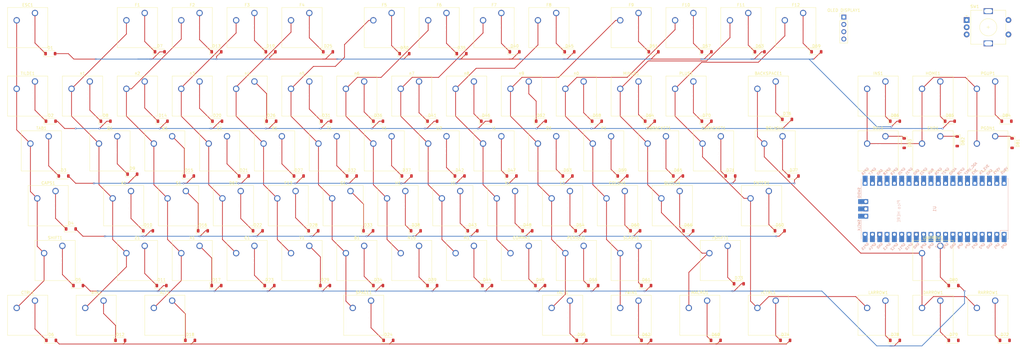
<source format=kicad_pcb>
(kicad_pcb (version 20241229) (generator "pcbnew") (generator_version "9.0")
  (layers (0 "F.Cu" signal) (2 "B.Cu" signal) (13 "F.Paste" user) (15 "B.Paste" user) (5 "F.SilkS" user "F.Silkscreen") (7 "B.SilkS" user "B.Silkscreen") (1 "F.Mask" user) (3 "B.Mask" user) (25 "Edge.Cuts" user))
  (net 0 "")
  (net 1 "COL1")
  (net 2 "Net-(D10-K)")
  (net 3 "COL2")
  (net 4 "Net-(D18-K)")
  (net 5 "Net-(D34-K)")
  (net 6 "COL5")
  (net 7 "COL13")
  (net 8 "Net-(D76-K)")
  (net 9 "Net-(D77-K)")
  (net 10 "Net-(D23-K)")
  (net 11 "COL3")
  (net 12 "Net-(D4-K)")
  (net 13 "COL0")
  (net 14 "COL12")
  (net 15 "Net-(D71-K)")
  (net 16 "Net-(D60-K)")
  (net 17 "COL10")
  (net 18 "COL8")
  (net 19 "Net-(D49-K)")
  (net 20 "Net-(D6-K)")
  (net 21 "Net-(D1-K)")
  (net 22 "ROW0")
  (net 23 "Net-(D2-K)")
  (net 24 "ROW1")
  (net 25 "ROW2")
  (net 26 "Net-(D3-K)")
  (net 27 "ROW3")
  (net 28 "ROW4")
  (net 29 "Net-(D5-K)")
  (net 30 "ROW5")
  (net 31 "Net-(D7-K)")
  (net 32 "Net-(D8-K)")
  (net 33 "Net-(D9-K)")
  (net 34 "Net-(D11-K)")
  (net 35 "Net-(D12-K)")
  (net 36 "Net-(D13-K)")
  (net 37 "Net-(D14-K)")
  (net 38 "Net-(D15-K)")
  (net 39 "Net-(D16-K)")
  (net 40 "Net-(D17-K)")
  (net 41 "Net-(D19-K)")
  (net 42 "Net-(D20-K)")
  (net 43 "Net-(D21-K)")
  (net 44 "Net-(D22-K)")
  (net 45 "Net-(D24-K)")
  (net 46 "Net-(D25-K)")
  (net 47 "Net-(D26-K)")
  (net 48 "Net-(D27-K)")
  (net 49 "Net-(D28-K)")
  (net 50 "Net-(D29-K)")
  (net 51 "Net-(D30-K)")
  (net 52 "Net-(D31-K)")
  (net 53 "Net-(D32-K)")
  (net 54 "Net-(D33-K)")
  (net 55 "Net-(D35-K)")
  (net 56 "Net-(D36-K)")
  (net 57 "Net-(D37-K)")
  (net 58 "Net-(D38-K)")
  (net 59 "Net-(D39-K)")
  (net 60 "Net-(D40-K)")
  (net 61 "Net-(D41-K)")
  (net 62 "Net-(D42-K)")
  (net 63 "Net-(D43-K)")
  (net 64 "Net-(D44-K)")
  (net 65 "Net-(D45-K)")
  (net 66 "Net-(D46-K)")
  (net 67 "Net-(D47-K)")
  (net 68 "Net-(D48-K)")
  (net 69 "Net-(D50-K)")
  (net 70 "Net-(D51-K)")
  (net 71 "Net-(D52-K)")
  (net 72 "Net-(D53-K)")
  (net 73 "Net-(D54-K)")
  (net 74 "Net-(D55-K)")
  (net 75 "Net-(D56-K)")
  (net 76 "Net-(D57-K)")
  (net 77 "Net-(D58-K)")
  (net 78 "Net-(D59-K)")
  (net 79 "Net-(D61-K)")
  (net 80 "Net-(D62-K)")
  (net 81 "Net-(D63-K)")
  (net 82 "Net-(D64-K)")
  (net 83 "Net-(D65-K)")
  (net 84 "Net-(D66-K)")
  (net 85 "Net-(D68-K)")
  (net 86 "Net-(D69-K)")
  (net 87 "Net-(D70-K)")
  (net 88 "Net-(D72-K)")
  (net 89 "Net-(D73-K)")
  (net 90 "Net-(D74-K)")
  (net 91 "Net-(D78-K)")
  (net 92 "Net-(D79-K)")
  (net 93 "Net-(D80-K)")
  (net 94 "Net-(D81-K)")
  (net 95 "Net-(D82-K)")
  (net 96 "Net-(D83-K)")
  (net 97 "Net-(D84-K)")
  (net 98 "Net-(D85-K)")
  (net 99 "Net-(D86-K)")
  (net 100 "COL14")
  (net 101 "COL4")
  (net 102 "COL6")
  (net 103 "COL7")
  (net 104 "COL9")
  (net 105 "COL11")
  (net 106 "Net-(OLED DISPLAY1-Pin_2)")
  (net 107 "/OLED_SCL")
  (net 108 "/OLED_SDA")
  (net 109 "Net-(OLED DISPLAY1-Pin_1)")
  (net 110 "Net-(U1-GPIO1)")
  (net 111 "Net-(U1-GPIO3)")
  (net 112 "Net-(U1-GPIO2)")
  (footprint "Diode_SMD:D_SOD-123" (layer "F.Cu") (at 322.58 130.175)
    (property "Reference" "D78")
    (property "Value" "D_Small")
  )
  (footprint "Button_Switch_Keyboard:SW_Cherry_MX_1.00u_PCB" (layer "F.Cu") (at 81.12125 40.16375)
    (property "Reference" "n3")
    (property "Value" "SW_Push")
  )
  (footprint "Button_Switch_Keyboard:SW_Cherry_MX_1.00u_PCB" (layer "F.Cu") (at 166.84625 59.21375)
    (property "Reference" "U2")
    (property "Value" "SW_Push")
  )
  (footprint "Diode_SMD:D_SOD-123" (layer "F.Cu") (at 120.65 92.075)
    (property "Reference" "D28")
    (property "Value" "D_Small")
  )
  (footprint "Button_Switch_Keyboard:SW_Cherry_MX_1.00u_PCB" (layer "F.Cu") (at 209.70875 78.26375)
    (property "Reference" "L1")
    (property "Value" "SW_Push")
  )
  (footprint "Button_Switch_Keyboard:SW_Cherry_MX_1.00u_PCB" (layer "F.Cu") (at 204.94625 16.35125)
    (property "Reference" "F8")
    (property "Value" "SW_Push")
  )
  (footprint "Diode_SMD:D_SOD-123" (layer "F.Cu") (at 156.21 92.075)
    (property "Reference" "D38")
    (property "Value" "D_Small")
  )
  (footprint "Diode_SMD:D_SOD-123" (layer "F.Cu") (at 260.35 130.175)
    (property "Reference" "D68")
    (property "Value" "D_Small")
  )
  (footprint "Button_Switch_Keyboard:SW_Cherry_MX_1.00u_PCB" (layer "F.Cu") (at 214.47125 40.16375)
    (property "Reference" "n0")
    (property "Value" "SW_Push")
  )
  (footprint "Diode_SMD:D_SOD-123" (layer "F.Cu") (at 209.55 29.845)
    (property "Reference" "D45")
    (property "Value" "D_Small")
  )
  (footprint "Button_Switch_Keyboard:SW_Cherry_MX_1.00u_PCB" (layer "F.Cu") (at 357.34625 116.36375)
    (property "Reference" "RARROW1")
    (property "Value" "SW_Push")
  )
  (footprint "Diode_SMD:D_SOD-123" (layer "F.Cu") (at 115.57 73.025)
    (property "Reference" "D27")
    (property "Value" "D_Small")
  )
  (footprint "Button_Switch_Keyboard:SW_Cherry_MX_1.00u_PCB" (layer "F.Cu") (at 243.04625 59.21375)
    (property "Reference" "OBRACKET1")
    (property "Value" "SW_Push")
  )
  (footprint "Diode_SMD:D_SOD-123" (layer "F.Cu") (at 227.965 73.025)
    (property "Reference" "D59")
    (property "Value" "D_Small")
  )
  (footprint "Button_Switch_Keyboard:SW_Cherry_MX_1.00u_PCB" (layer "F.Cu") (at 147.79625 16.35125)
    (property "Reference" "F5")
    (property "Value" "SW_Push")
  )
  (footprint "Button_Switch_Keyboard:SW_Cherry_MX_1.00u_PCB" (layer "F.Cu") (at 76.35875 78.26375)
    (property "Reference" "S1")
    (property "Value" "SW_Push")
  )
  (footprint "Button_Switch_Keyboard:SW_Cherry_MX_1.00u_PCB" (layer "F.Cu") (at 157.32125 40.16375)
    (property "Reference" "n7")
    (property "Value" "SW_Push")
  )
  (footprint "Button_Switch_Keyboard:SW_Cherry_MX_1.00u_PCB" (layer "F.Cu") (at 357.34625 40.16375)
    (property "Reference" "PGUP1")
    (property "Value" "SW_Push")
  )
  (footprint "Diode_SMD:D_SOD-123" (layer "F.Cu") (at 238.76 29.845)
    (property "Reference" "D51")
    (property "Value" "D_Small")
  )
  (footprint "Button_Switch_Keyboard:SW_Cherry_MX_1.00u_PCB" (layer "F.Cu") (at 264.4775 97.31375)
    (property "Reference" "rSHIFT1")
    (property "Value" "SW_Push")
  )
  (footprint "Diode_SMD:D_SOD-123" (layer "F.Cu") (at 57.785 72.39)
    (property "Reference" "D9")
    (property "Value" "D_Small")
  )
  (footprint "Button_Switch_Keyboard:SW_Cherry_MX_1.00u_PCB" (layer "F.Cu") (at 90.64625 59.21375)
    (property "Reference" "E1")
    (property "Value" "SW_Push")
  )
  (footprint "Button_Switch_Keyboard:SW_Cherry_MX_1.00u_PCB" (layer "F.Cu") (at 223.99625 59.21375)
    (property "Reference" "P1")
    (property "Value" "SW_Push")
  )
  (footprint "Diode_SMD:D_SOD-123" (layer "F.Cu") (at 161.925 53.975)
    (property "Reference" "D41")
    (property "Value" "D_Small")
  )
  (footprint "Button_Switch_Keyboard:SW_Cherry_MX_1.00u_PCB" (layer "F.Cu") (at 95.40875 78.26375)
    (property "Reference" "D67")
    (property "Value" "SW_Push")
  )
  (footprint "Button_Switch_Keyboard:SW_Cherry_MX_1.00u_PCB" (layer "F.Cu") (at 252.57125 16.35125)
    (property "Reference" "F10")
    (property "Value" "SW_Push")
  )
  (footprint "Diode_SMD:D_SOD-123" (layer "F.Cu") (at 342.9 130.175)
    (property "Reference" "D79")
    (property "Value" "D_Small")
  )
  (footprint "Button_Switch_Keyboard:SW_Cherry_MX_1.00u_PCB" (layer "F.Cu") (at 31.115 78.26375)
    (property "Reference" "CAPS1")
    (property "Value" "SW_Push")
  )
  (footprint "Button_Switch_Keyboard:SW_Cherry_MX_1.00u_PCB" (layer "F.Cu") (at 283.5275 59.21375)
    (property "Reference" "BSLASH1")
    (property "Value" "SW_Push")
  )
  (footprint "Diode_SMD:D_SOD-123" (layer "F.Cu") (at 341.63 53.975)
    (property "Reference" "D85")
    (property "Value" "D_Small")
  )
  (footprint "Diode_SMD:D_SOD-123" (layer "F.Cu") (at 257.175 53.975)
    (property "Reference" "D70")
    (property "Value" "D_Small")
  )
  (footprint "Connector_PinHeader_2.54mm:PinHeader_1x04_P2.54mm_Vertical" (layer "F.Cu") (at 304.8 17.78)
    (property "Reference" "OLED DISPLAY1")
    (property "Value" "Conn_01x04")
  )
  (footprint "Button_Switch_Keyboard:SW_Cherry_MX_1.00u_PCB" (layer "F.Cu") (at 281.14625 116.36375)
    (property "Reference" "rCTRL1")
    (property "Value" "SW_Push")
  )
  (footprint "Button_Switch_Keyboard:SW_Cherry_MX_1.00u_PCB" (layer "F.Cu") (at 71.59625 59.21375)
    (property "Reference" "W1")
    (property "Value" "SW_Push")
  )
  (footprint "Diode_SMD:D_SOD-123" (layer "F.Cu") (at 325.755 61.595 -90)
    (property "Reference" "D83")
    (property "Value" "D_Small")
  )
  (footprint "Button_Switch_Keyboard:SW_Cherry_MX_1.00u_PCB" (layer "F.Cu") (at 100.17125 16.35125)
    (property "Reference" "F3")
    (property "Value" "SW_Push")
  )
  (footprint "Diode_SMD:D_SOD-123" (layer "F.Cu") (at 86.995 29.845)
    (property "Reference" "D13")
    (property "Value" "D_Small")
  )
  (footprint "Button_Switch_Keyboard:SW_Cherry_MX_1.00u_PCB" (layer "F.Cu") (at 252.57125 40.16375)
    (property "Reference" "PLUS1")
    (property "Value" "SW_Push")
  )
  (footprint "Diode_SMD:D_SOD-123" (layer "F.Cu") (at 250.825 92.075)
    (property "Reference" "D66")
    (property "Value" "D_Small")
  )
  (footprint "Button_Switch_Keyboard:SW_Cherry_MX_1.00u_PCB" (layer "F.Cu") (at 28.73375 59.21375)
    (property "Reference" "TAB1")
    (property "Value" "SW_Push")
  )
  (footprint "Button_Switch_Keyboard:SW_Cherry_MX_1.00u_PCB" (layer "F.Cu") (at 171.60875 78.26375)
    (property "Reference" "J1")
    (property "Value" "SW_Push")
  )
  (footprint "Diode_SMD:D_SOD-123" (layer "F.Cu") (at 237.49 53.975)
    (property "Reference" "D64")
    (property "Value" "D_Small")
  )
  (footprint "Diode_SMD:D_SOD-123" (layer "F.Cu") (at 152.255 30.48)
    (property "Reference" "D30")
    (property "Value" "D_Small")
  )
  (footprint "Button_Switch_Keyboard:SW_Cherry_MX_1.00u_PCB" (layer "F.Cu") (at 23.97125 40.16375)
    (property "Reference" "TILDE1")
    (property "Value" "SW_Push")
  )
  (footprint "Button_Switch_Keyboard:SW_Cherry_MX_1.00u_PCB" (layer "F.Cu") (at 43.02125 40.16375)
    (property "Reference" "n1")
    (property "Value" "SW_Push")
  )
  (footprint "Button_Switch_Keyboard:SW_Cherry_MX_1.00u_PCB" (layer "F.Cu") (at 81.12125 97.31375)
    (property "Reference" "X1")
    (property "Value" "SW_Push")
  )
  (footprint "Button_Switch_Keyboard:SW_Cherry_MX_1.00u_PCB" (layer "F.Cu") (at 119.22125 40.16375)
    (property "Reference" "n5")
    (property "Value" "SW_Push")
  )
  (footprint "Diode_SMD:D_SOD-123" (layer "F.Cu") (at 38.99 111.125)
    (property "Reference" "D5")
    (property "Value" "D_Small")
  )
  (footprint "Button_Switch_Keyboard:SW_Cherry_MX_1.00u_PCB" (layer "F.Cu") (at 338.29625 116.36375)
    (property "Reference" "DARROW1")
    (property "Value" "SW_Push")
  )
  (footprint "Button_Switch_Keyboard:SW_Cherry_MX_1.00u_PCB" (layer "F.Cu") (at 52.54625 59.21375)
    (property "Reference" "Q1")
    (property "Value" "SW_Push")
  )
  (footprint "Diode_SMD:D_SOD-123" (layer "F.Cu") (at 213.74 130.175)
    (property "Reference" "D56")
    (property "Value" "D_Small")
  )
  (footprint "Button_Switch_Keyboard:SW_Cherry_MX_1.00u_PCB" (layer "F.Cu") (at 185.89625 16.35125)
    (property "Reference" "F7")
    (property "Value" "SW_Push")
  )
  (footprint "Diode_SMD:D_SOD-123" (layer "F.Cu") (at 322.58 53.975)
    (property "Reference" "D86")
    (property "Value" "D_Small")
  )
  (footprint "Diode_SMD:D_SOD-123" (layer "F.Cu") (at 268.35 110.49)
    (property "Reference" "D73")
    (property "Value" "D_Small")
  )
  (footprint "Button_Switch_Keyboard:SW_Cherry_MX_1.00u_PCB" (layer "F.Cu") (at 114.45875 78.26375)
    (property "Reference" "F13")
    (property "Value" "SW_Push")
  )
  (footprint "Button_Switch_Keyboard:SW_Cherry_MX_1.00u_PCB" (layer "F.Cu") (at 233.52125 116.36375)
    (property "Reference" "rWIN1")
    (property "Value" "SW_Push")
  )
  (footprint "Diode_SMD:D_SOD-123" (layer "F.Cu") (at 101.345 92.075)
    (property "Reference" "D22")
    (property "Value" "D_Small")
  )
  (footprint "Diode_SMD:D_SOD-123" (layer "F.Cu") (at 106.045 53.975)
    (property "Reference" "D26")
    (property "Value" "D_Small")
  )
  (footprint "Diode_SMD:D_SOD-123" (layer "F.Cu") (at 287.4 73.025)
    (property "Reference" "D77")
    (property "Value" "D_Small")
  )
  (footprint "Button_Switch_Keyboard:SW_Cherry_MX_1.00u_PCB" (layer "F.Cu") (at 33.49625 97.31375)
    (property "Reference" "SHIFT1")
    (property "Value" "SW_Push")
  )
  (footprint "Diode_SMD:D_SOD-123" (layer "F.Cu") (at 153.035 73.025)
    (property "Reference" "D37")
    (property "Value" "D_Small")
  )
  (footprint "Button_Switch_Keyboard:SW_Cherry_MX_1.00u_PCB" (layer "F.Cu") (at 57.30875 78.26375)
    (property "Reference" "A1")
    (property "Value" "SW_Push")
  )
  (footprint "Button_Switch_Keyboard:SW_Cherry_MX_1.00u_PCB" (layer "F.Cu") (at 23.97125 116.36375)
    (property "Reference" "CTRL1")
    (property "Value" "SW_Push")
  )
  (footprint "Button_Switch_Keyboard:SW_Cherry_MX_1.00u_PCB" (layer "F.Cu") (at 62.07125 97.31375)
    (property "Reference" "Z1")
    (property "Value" "SW_Push")
  )
  (footprint "Button_Switch_Keyboard:SW_Cherry_MX_1.00u_PCB" (layer "F.Cu") (at 233.52125 16.35125)
    (property "Reference" "F9")
    (property "Value" "SW_Push")
  )
  (footprint "Diode_SMD:D_SOD-123" (layer "F.Cu") (at 125.73 29.845)
    (property "Reference" "D25")
    (property "Value" "D_Small")
  )
  (footprint "Diode_SMD:D_SOD-123" (layer "F.Cu") (at 139.7 92.075)
    (property "Reference" "D33")
    (property "Value" "D_Small")
  )
  (footprint "Diode_SMD:D_SOD-123" (layer "F.Cu") (at 236.22 111.125)
    (property "Reference" "D61")
    (property "Value" "D_Small")
  )
  (footprint "Button_Switch_Keyboard:SW_Cherry_MX_1.00u_PCB" (layer "F.Cu") (at 262.09625 59.21375)
    (property "Reference" "CBRACKET1")
    (property "Value" "SW_Push")
  )
  (footprint "Button_Switch_Keyboard:SW_Cherry_MX_1.00u_PCB" (layer "F.Cu") (at 271.62125 16.35125)
    (property "Reference" "F11")
    (property "Value" "SW_Push")
  )
  (footprint "Button_Switch_Keyboard:SW_Cherry_MX_1.00u_PCB" (layer "F.Cu") (at 228.75875 78.26375)
    (property "Reference" "COLON1")
    (property "Value" "SW_Push")
  )
  (footprint "Diode_SMD:D_SOD-123" (layer "F.Cu") (at 217.805 111.125)
    (property "Reference" "D55")
    (property "Value" "D_Small")
  )
  (footprint "Button_Switch_Keyboard:SW_Cherry_MX_1.00u_PCB" (layer "F.Cu") (at 278.765 78.26375)
    (property "Reference" "ENTER1")
    (property "Value" "SW_Push")
  )
  (footprint "Button_Switch_Keyboard:SW_Cherry_MX_1.00u_PCB" (layer "F.Cu") (at 166.84625 16.35125)
    (property "Reference" "F6")
    (property "Value" "SW_Push")
  )
  (footprint "Button_Switch_Keyboard:SW_Cherry_MX_1.00u_PCB" (layer "F.Cu") (at 81.12125 16.35125)
    (property "Reference" "F2")
    (property "Value" "SW_Push")
  )
  (footprint "Button_Switch_Keyboard:SW_Cherry_MX_1.00u_PCB" (layer "F.Cu") (at 195.42125 97.31375)
    (property "Reference" "COMMA1")
    (property "Value" "SW_Push")
  )
  (footprint "Diode_SMD:D_SOD-123" (layer "F.Cu") (at 232.41 92.075)
    (property "Reference" "D60")
    (property "Value" "D_Small")
  )
  (footprint "Diode_SMD:D_SOD-123" (layer "F.Cu") (at 295.275 29.845)
    (property "Reference" "D69")
    (property "Value" "D_Small")
  )
  (footprint "Button_Switch_Keyboard:SW_Cherry_MX_1.00u_PCB" (layer "F.Cu") (at 204.94625 59.21375)
    (property "Reference" "O1")
    (property "Value" "SW_Push")
  )
  (footprint "Button_Switch_Keyboard:SW_Cherry_MX_1.00u_PCB" (layer "F.Cu") (at 109.69625 59.21375)
    (property "Reference" "R1")
    (property "Value" "SW_Push")
  )
  (footprint "Button_Switch_Keyboard:SW_Cherry_MX_1.00u_PCB" (layer "F.Cu") (at 247.80875 78.26375)
    (property "Reference" "QUOTE1")
    (property "Value" "SW_Push")
  )
  (footprint "Button_Switch_Keyboard:SW_Cherry_MX_1.00u_PCB" (layer "F.Cu") (at 195.42125 40.16375)
    (property "Reference" "n9")
    (property "Value" "SW_Push")
  )
  (footprint "Diode_SMD:D_SOD-123" (layer "F.Cu") (at 68.325 53.975)
    (property "Reference" "D14")
    (property "Value" "D_Small")
  )
  (footprint "Diode_SMD:D_SOD-123" (layer "F.Cu") (at 208.915 73.025)
    (property "Reference" "D53")
    (property "Value" "D_Small")
  )
  (footprint "Diode_SMD:D_SOD-123" (layer "F.Cu") (at 189.485 73.025)
    (property "Reference" "D47")
    (property "Value" "D_Small")
  )
  (footprint "Diode_SMD:D_SOD-123" (layer "F.Cu") (at 342.9 111.125)
    (property "Reference" "D80")
    (property "Value" "D_Small")
  )
  (footprint "Diode_SMD:D_SOD-123" (layer "F.Cu") (at 133.985 73.025)
    (property "Reference" "D32")
    (property "Value" "D_Small")
  )
  (footprint "Diode_SMD:D_SOD-123" (layer "F.Cu") (at 284.48 130.175)
    (property "Reference" "D74")
    (property "Value" "D_Small")
  )
  (footprint "Diode_SMD:D_SOD-123" (layer "F.Cu") (at 194.945 92.075)
    (property "Reference" "D48")
    (property "Value" "D_Small")
  )
  (footprint "Diode_SMD:D_SOD-123" (layer "F.Cu") (at 63.245 92.075)
    (property "Reference" "D10")
    (property "Value" "D_Small")
  )
  (footprint "Diode_SMD:D_SOD-123" (layer "F.Cu") (at 344.17 60.96 -90)
    (property "Reference" "D82")
    (property "Value" "D_Small")
  )
  (footprint "Diode_SMD:D_SOD-123" (layer "F.Cu") (at 361.315 53.975)
    (property "Reference" "D84")
    (property "Value" "D_Small")
  )
  (footprint "Button_Switch_Keyboard:SW_Cherry_MX_1.00u_PCB" (layer "F.Cu") (at 281.14625 40.16375)
    (property "Reference" "BACKSPACE1")
    (property "Value" "SW_Push")
  )
  (footprint "Diode_SMD:D_SOD-123" (layer "F.Cu") (at 67.31 29.845)
    (property "Reference" "D7")
    (property "Value" "D_Small")
  )
  (footprint "Button_Switch_Keyboard:SW_Cherry_MX_1.00u_PCB" (layer "F.Cu") (at 209.70875 116.36375)
    (property "Reference" "rALT1")
    (property "Value" "SW_Push")
  )
  (footprint "Button_Switch_Keyboard:SW_Cherry_MX_1.00u_PCB" (layer "F.Cu") (at 128.74625 59.21375)
    (property "Reference" "T1")
    (property "Value" "SW_Push")
  )
  (footprint "Diode_SMD:D_SOD-123" (layer "F.Cu") (at 219.075 53.975)
    (property "Reference" "D58")
    (property "Value" "D_Small")
  )
  (footprint "Button_Switch_Keyboard:SW_Cherry_MX_1.00u_PCB" (layer "F.Cu") (at 71.59625 116.36375)
    (property "Reference" "ALT1")
    (property "Value" "SW_Push")
  )
  (footprint "Button_Switch_Keyboard:SW_Cherry_MX_1.00u_PCB" (layer "F.Cu") (at 319.24625 59.21375)
    (property "Reference" "DEL1")
    (property "Value" "SW_Push")
  )
  (footprint "Diode_SMD:D_SOD-123" (layer "F.Cu") (at 180.595 53.975)
    (property "Reference" "D46")
    (property "Value" "D_Small")
  )
  (footprint "Diode_SMD:D_SOD-123" (layer "F.Cu") (at 53.595 130.175)
    (property "Reference" "D12")
    (property "Value" "D_Small")
  )
  (footprint "Diode_SMD:D_SOD-123" (layer "F.Cu") (at 29.465 53.975)
    (property "Reference" "D2")
    (property "Value" "D_Small")
  )
  (footprint "Button_Switch_Keyboard:SW_Cherry_MX_1.00u_PCB" (layer "F.Cu") (at 100.17125 97.31375)
    (property "Reference" "C1")
    (property "Value" "SW_Push")
  )
  (footprint "Diode_SMD:D_SOD-123" (layer "F.Cu") (at 29.59 130.175)
    (property "Reference" "D6")
    (property "Value" "D_Small")
  )
  (footprint "Diode_SMD:D_SOD-123" (layer "F.Cu") (at 143.13 111.125)
    (property "Reference" "D34")
    (property "Value" "D_Small")
  )
  (footprint "Button_Switch_Keyboard:SW_Cherry_MX_1.00u_PCB" (layer "F.Cu") (at 185.89625 59.21375)
    (property "Reference" "I1")
    (property "Value" "SW_Push")
  )
  (footprint "Button_Switch_Keyboard:SW_Cherry_MX_1.00u_PCB" (layer "F.Cu") (at 47.78375 116.36375)
    (property "Reference" "WIN1")
    (property "Value" "SW_Push")
  )
  (footprint "Button_Switch_Keyboard:SW_Cherry_MX_1.00u_PCB" (layer "F.Cu") (at 257.33375 116.36375)
    (property "Reference" "MACRO1")
    (property "Value" "SW_Push")
  )
  (footprint "Button_Switch_Keyboard:SW_Cherry_MX_1.00u_PCB" (layer "F.Cu") (at 357.34625 59.21375)
    (property "Reference" "PGDN1")
    (property "Value" "SW_Push")
  )
  (footprint "Button_Switch_Keyboard:SW_Cherry_MX_1.00u_PCB" (layer "F.Cu") (at 62.07125 40.16375)
    (property "Reference" "n2")
    (property "Value" "SW_Push")
  )
  (footprint "Button_Switch_Keyboard:SW_Cherry_MX_1.00u_PCB" (layer "F.Cu") (at 157.32125 97.31375)
    (property "Reference" "N10")
    (property "Value" "SW_Push")
  )
  (footprint "Button_Switch_Keyboard:SW_Cherry_MX_1.00u_PCB" (layer "F.Cu") (at 319.24625 116.36375)
    (property "Reference" "LARROW1")
    (property "Value" "SW_Push")
  )
  (footprint "Diode_SMD:D_SOD-123" (layer "F.Cu") (at 236.22 130.175)
    (property "Reference" "D62")
    (property "Value" "D_Small")
  )
  (footprint "Button_Switch_Keyboard:SW_Cherry_MX_1.00u_PCB" (layer "F.Cu") (at 233.52125 40.16375)
    (property "Reference" "MINUS1")
    (property "Value" "SW_Push")
  )
  (footprint "Button_Switch_Keyboard:SW_Cherry_MX_1.00u_PCB" (layer "F.Cu") (at 233.52125 97.31375)
    (property "Reference" "SLASH1")
    (property "Value" "SW_Push")
  )
  (footprint "Button_Switch_Keyboard:SW_Cherry_MX_1.00u_PCB" (layer "F.Cu") (at 338.29625 59.21375)
    (property "Reference" "END1")
    (property "Value" "SW_Push")
  )
  (footprint "Diode_SMD:D_SOD-123" (layer "F.Cu") (at 175.895 92.075)
    (property "Reference" "D43")
    (property "Value" "D_Small")
  )
  (footprint "Diode_SMD:D_SOD-123" (layer "F.Cu") (at 190.5 29.845)
    (property "Reference" "D40")
    (property "Value" "D_Small")
  )
  (footprint "Diode_SMD:D_SOD-123" (layer "F.Cu") (at 285.115 53.34)
    (property "Reference" "D76")
    (property "Value" "D_Small")
  )
  (footprint "Button_Switch_Keyboard:SW_Cherry_MX_1.00u_PCB" (layer "F.Cu") (at 23.97125 16.35125)
    (property "Reference" "ESC1")
    (property "Value" "SW_Push")
  )
  (footprint "Diode_SMD:D_SOD-123" (layer "F.Cu") (at 199.645 53.975)
    (property "Reference" "D52")
    (property "Value" "D_Small")
  )
  (footprint "Diode_SMD:D_SOD-123" (layer "F.Cu") (at 33.91 73.025)
    (property "Reference" "D3")
    (property "Value" "D_Small")
  )
  (footprint "Button_Switch_Keyboard:SW_Cherry_MX_1.00u_PCB" (layer "F.Cu") (at 290.67125 16.35125)
    (property "Reference" "F12")
    (property "Value" "SW_Push")
  )
  (footprint "Button_Switch_Keyboard:SW_Cherry_MX_1.00u_PCB" (layer "F.Cu") (at 138.27125 40.16375)
    (property "Reference" "n6")
    (property "Value" "SW_Push")
  )
  (footprint "Diode_SMD:D_SOD-123" (layer "F.Cu") (at 213.36 92.075)
    (property "Reference" "D54")
    (property "Value" "D_Small")
  )
  (footprint "Button_Switch_Keyboard:SW_Cherry_MX_1.00u_PCB" (layer "F.Cu") (at 319.24625 40.16375)
    (property "Reference" "INS1")
    (property "Value" "SW_Push")
  )
  (footprint "Diode_SMD:D_SOD-123" (layer "F.Cu") (at 161.925 111.125)
    (property "Reference" "D39")
    (property "Value" "D_Small")
  )
  (footprint "Diode_SMD:D_SOD-123" (layer "F.Cu") (at 124.715 111.125)
    (property "Reference" "D29")
    (property "Value" "D_Small")
  )
  (footprint "Diode_SMD:D_SOD-123" (layer "F.Cu") (at 105.41 111.125)
    (property "Reference" "D23")
    (property "Value" "D_Small")
  )
  (footprint "Button_Switch_Keyboard:SW_Cherry_MX_1.00u_PCB" (layer "F.Cu") (at 152.55875 78.26375)
    (property "Reference" "H1")
    (property "Value" "SW_Push")
  )
  (footprint "Diode_SMD:D_SOD-123" (layer "F.Cu") (at 48.515 53.975)
    (property "Reference" "D8")
    (property "Value" "D_Small")
  )
  (footprint "Rotary_Encoder:RotaryEncoder_Alps_EC11E-Switch_Vertical_H20mm" (layer "F.Cu") (at 347.45 18.8125)
    (property "Reference" "SW1")
    (property "Value" "RotaryEncoder_Switch")
  )
  (footprint "Diode_SMD:D_SOD-123" (layer "F.Cu") (at 125.095 53.975)
    (property "Reference" "D31")
    (property "Value" "D_Small")
  )
  (footprint "Diode_SMD:D_SOD-123" (layer "F.Cu") (at 275.59 29.845)
    (property "Reference" "D63")
    (property "Value" "D_Small")
  )
  (footprint "Diode_SMD:D_SOD-123" (layer "F.Cu") (at 247.27 73.025)
    (property "Reference" "D65")
    (property "Value" "D_Small")
  )
  (footprint "Diode_SMD:D_SOD-123" (layer "F.Cu") (at 36.45 91.44)
    (property "Reference" "D4")
    (property "Value" "D_Small")
  )
  (footprint "Button_Switch_Keyboard:SW_Cherry_MX_1.00u_PCB" (layer "F.Cu") (at 147.79625 59.21375)
    (property "Reference" "Y1")
    (property "Value" "SW_Push")
  )
  (footprint "Diode_SMD:D_SOD-123" (layer "F.Cu") (at 143.13 53.975)
    (property "Reference" "D36")
    (property "Value" "D_Small")
  )
  (footprint "Button_Switch_Keyboard:SW_Cherry_MX_1.00u_PCB" (layer "F.Cu") (at 176.37125 97.31375)
    (property "Reference" "M1")
    (property "Value" "SW_Push")
  )
  (footprint "Button_Switch_Keyboard:SW_Cherry_MX_1.00u_PCB" (layer "F.Cu") (at 190.65875 78.26375)
    (property "Reference" "K1")
    (property "Value" "SW_Push")
  )
  (footprint "Button_Switch_Keyboard:SW_Cherry_MX_1.00u_PCB" (layer "F.Cu") (at 62.07125 16.35125)
    (property "Reference" "F1")
    (property "Value" "SW_Push")
  )
  (footprint "Diode_SMD:D_SOD-123" (layer "F.Cu") (at 172.085 30.48)
    (property "Reference" "D35")
    (property "Value" "D_Small")
  )
  (footprint "Diode_SMD:D_SOD-123" (layer "F.Cu") (at 257.175 29.845)
    (property "Reference" "D57")
    (property "Value" "D_Small")
  )
  (footprint "Diode_SMD:D_SOD-123" (layer "F.Cu") (at 96.52 73.025)
    (property "Reference" "D21")
    (property "Value" "D_Small")
  )
  (footprint "Button_Switch_Keyboard:SW_Cherry_MX_1.00u_PCB" (layer "F.Cu") (at 176.37125 40.16375)
    (property "Reference" "n8")
    (property "Value" "SW_Push")
  )
  (footprint "Diode_SMD:D_SOD-123" (layer "F.Cu") (at 67.945 111.125)
    (property "Reference" "D11")
    (property "Value" "D_Small")
  )
  (footprint "Diode_SMD:D_SOD-123" (layer "F.Cu") (at 171.45 73.025)
    (property "Reference" "D42")
    (property "Value" "D_Small")
  )
  (footprint "Button_Switch_Keyboard:SW_Cherry_MX_1.00u_PCB" (layer "F.Cu") (at 119.22125 97.31375)
    (property "Reference" "V1")
    (property "Value" "SW_Push")
  )
  (footprint "Diode_SMD:D_SOD-123" (layer "F.Cu") (at 363.22 61.595 -90)
    (property "Reference" "D81")
    (property "Value" "D_Small")
  )
  (footprint "Diode_SMD:D_SOD-123" (layer "F.Cu") (at 146.685 130.175)
    (property "Reference" "D24")
    (property "Value" "D_Small")
  )
  (footprint "Diode_SMD:D_SOD-123" (layer "F.Cu") (at 180.975 111.125)
    (property "Reference" "D44")
    (property "Value" "D_Small")
  )
  (footprint "Button_Switch_Keyboard:SW_Cherry_MX_1.00u_PCB" (layer "F.Cu") (at 138.27125 97.31375)
    (property "Reference" "B1")
    (property "Value" "SW_Push")
  )
  (footprint "Diode_SMD:D_SOD-123" (layer "F.Cu") (at 77.47 73.025)
    (property "Reference" "D15")
    (property "Value" "D_Small")
  )
  (footprint "Diode_SMD:D_SOD-123" (layer "F.Cu") (at 82.295 92.075)
    (property "Reference" "D16")
    (property "Value" "D_Small")
  )
  (footprint "Button_Switch_Keyboard:SW_Cherry_MX_1.00u_PCB" (layer "F.Cu") (at 140.6525 116.36375)
    (property "Reference" "SPACE1")
    (property "Value" "SW_Push")
  )
  (footprint "Diode_SMD:D_SOD-123" (layer "F.Cu") (at 29.30625 30.48)
    (property "Reference" "D1")
    (property "Value" "D_Small")
  )
  (footprint "Button_Switch_Keyboard:SW_Cherry_MX_1.00u_PCB" (layer "F.Cu") (at 338.29625 40.16375)
    (property "Reference" "HOME1")
    (property "Value" "SW_Push")
  )
  (footprint "Button_Switch_Keyboard:SW_Cherry_MX_1.00u_PCB" (layer "F.Cu") (at 338.29625 97.31375)
    (property "Reference" "UARROW1")
    (property "Value" "SW_Push")
  )
  (footprint "Button_Switch_Keyboard:SW_Cherry_MX_1.00u_PCB" (layer "F.Cu") (at 100.17125 40.16375)
    (property "Reference" "n4")
    (property "Value" "SW_Push")
  )
  (footprint "Diode_SMD:D_SOD-123" (layer "F.Cu") (at 87.25 53.975)
    (property "Reference" "D20")
    (property "Value" "D_Small")
  )
  (footprint "Diode_SMD:D_SOD-123" (layer "F.Cu") (at 77.85 130.175)
    (property "Reference" "D18")
    (property "Value" "D_Small")
  )
  (footprint "Diode_SMD:D_SOD-123" (layer "F.Cu") (at 265.43 73.025)
    (property "Reference" "D71")
    (property "Value" "D_Small")
  )
  (footprint "Diode_SMD:D_SOD-123" (layer "F.Cu") (at 282.575 92.075)
    (property "Reference" "D50")
    (property "Value" "D_Small")
  )
  (footprint "Button_Switch_Keyboard:SW_Cherry_MX_1.00u_PCB" (layer "F.Cu") (at 119.22125 16.35125)
    (property "Reference" "F4")
    (property "Value" "SW_Push")
  )
  (footprint "Diode_SMD:D_SOD-123" (layer "F.Cu") (at 199.39 111.125)
    (property "Reference" "D49")
    (property "Value" "D_Small")
  )
  (footprint "Diode_SMD:D_SOD-123" (layer "F.Cu") (at 86.995 111.125)
    (property "Reference" "D17")
    (property "Value" "D_Small")
  )
  (footprint "Diode_SMD:D_SOD-123" (layer "F.Cu") (at 360.68 130.175)
    (property "Reference" "D72")
    (property "Value" "D_Small")
  )
  (footprint "Button_Switch_Keyboard:SW_Cherry_MX_1.00u_PCB" (layer "F.Cu") (at 214.47125 97.31375)
    (property "Reference" "PERIOD1")
    (property "Value" "SW_Push")
  )
  (footprint "Diode_SMD:D_SOD-123" (layer "F.Cu") (at 105.79 29.845)
    (property "Reference" "D19")
    (property "Value" "D_Small")
  )
  (footprint "Button_Switch_Keyboard:SW_Cherry_MX_1.00u_PCB" (layer "F.Cu") (at 133.50875 78.26375)
    (property "Reference" "G1")
    (property "Value" "SW_Push")
  )
  (footprint "MCU_RaspberryPi_and_Boards:RPi_Pico_SMD_TH" (layer "B.Cu") (at 336.32 84.455 90)
    (property "Reference" "U1")
    (property "Value" "Pico")
  )
  (gr_text "Pico HERE" (at 324.485 81.28 90) (layer "B.SilkS") (effects (font (size 1 1) (thickness 0.1)) (justify left bottom mirror)))
  (segment (start 55.72125 99.85375) (end 55.72125 104.61625) (width 0.25) (layer "F.Cu") (net 1))
  (segment (start 46.19625 61.75375) (end 46.19625 76.04125) (width 0.25) (layer "F.Cu") (net 1))
  (segment (start 55.72125 18.89125) (end 55.72125 23.65375) (width 0.25) (layer "F.Cu") (net 1))
  (segment (start 36.67125 42.70375) (end 36.67125 52.22875) (width 0.25) (layer "F.Cu") (net 1))
  (segment (start 36.67125 52.22875) (end 46.19625 61.75375) (width 0.25) (layer "F.Cu") (net 1))
  (segment (start 50.95875 95.09125) (end 55.72125 99.85375) (width 0.25) (layer "F.Cu") (net 1))
  (segment (start 55.72125 104.61625) (end 41.43375 118.90375) (width 0.25) (layer "F.Cu") (net 1))
  (segment (start 55.72125 23.65375) (end 36.67125 42.70375) (width 0.25) (layer "F.Cu") (net 1))
  (segment (start 50.95875 80.80375) (end 50.95875 95.09125) (width 0.25) (layer "F.Cu") (net 1))
  (segment (start 46.19625 76.04125) (end 50.95875 80.80375) (width 0.25) (layer "F.Cu") (net 1))
  (segment (start 57.30875 78.26375) (end 57.30875 87.78875) (width 0.25) (layer "F.Cu") (net 2))
  (segment (start 57.30875 87.78875) (end 61.595 92.075) (width 0.25) (layer "F.Cu") (net 2))
  (segment (start 74.77125 109.37875) (end 74.77125 99.85375) (width 0.25) (layer "F.Cu") (net 3))
  (segment (start 55.72125 42.70375) (end 57.486716 42.70375) (width 0.25) (layer "F.Cu") (net 3))
  (segment (start 65.24625 76.04125) (end 65.24625 61.75375) (width 0.25) (layer "F.Cu") (net 3))
  (segment (start 55.72125 52.22875) (end 55.72125 42.70375) (width 0.25) (layer "F.Cu") (net 3))
  (segment (start 70.00875 95.09125) (end 70.00875 80.80375) (width 0.25) (layer "F.Cu") (net 3))
  (segment (start 65.24625 118.90375) (end 74.77125 109.37875) (width 0.25) (layer "F.Cu") (net 3))
  (segment (start 74.77125 25.419216) (end 74.77125 18.89125) (width 0.25) (layer "F.Cu") (net 3))
  (segment (start 74.307424 18.89125) (end 74.77125 18.89125) (width 0.25) (layer "F.Cu") (net 3))
  (segment (start 57.486716 42.70375) (end 74.77125 25.419216) (width 0.25) (layer "F.Cu") (net 3))
  (segment (start 65.24625 61.75375) (end 55.72125 52.22875) (width 0.25) (layer "F.Cu") (net 3))
  (segment (start 74.77125 99.85375) (end 70.00875 95.09125) (width 0.25) (layer "F.Cu") (net 3))
  (segment (start 70.00875 80.80375) (end 65.24625 76.04125) (width 0.25) (layer "F.Cu") (net 3))
  (segment (start 71.59625 116.36375) (end 76.2 120.9675) (width 0.25) (layer "F.Cu") (net 4))
  (segment (start 76.2 120.9675) (end 76.2 130.175) (width 0.25) (layer "F.Cu") (net 4))
  (segment (start 138.27125 107.91625) (end 141.48 111.125) (width 0.25) (layer "F.Cu") (net 5))
  (segment (start 138.27125 97.31375) (end 138.27125 107.91625) (width 0.25) (layer "F.Cu") (net 5))
  (segment (start 131.445 27.336866) (end 131.445 31.75) (width 0.25) (layer "F.Cu") (net 6))
  (segment (start 122.39625 76.04125) (end 127.15875 80.80375) (width 0.25) (layer "F.Cu") (net 6))
  (segment (start 120.65 34.925) (end 112.87125 42.70375) (width 0.25) (layer "F.Cu") (net 6))
  (segment (start 141.44625 18.89125) (end 139.890616 18.89125) (width 0.25) (layer "F.Cu") (net 6))
  (segment (start 122.39625 61.75375) (end 122.39625 76.04125) (width 0.25) (layer "F.Cu") (net 6))
  (segment (start 131.445 31.75) (end 128.27 34.925) (width 0.25) (layer "F.Cu") (net 6))
  (segment (start 127.15875 95.09125) (end 131.92125 99.85375) (width 0.25) (layer "F.Cu") (net 6))
  (segment (start 112.87125 52.22875) (end 122.39625 61.75375) (width 0.25) (layer "F.Cu") (net 6))
  (segment (start 112.87125 42.70375) (end 112.87125 52.22875) (width 0.25) (layer "F.Cu") (net 6))
  (segment (start 131.92125 116.5225) (end 134.3025 118.90375) (width 0.25) (layer "F.Cu") (net 6))
  (segment (start 127.15875 80.80375) (end 127.15875 95.09125) (width 0.25) (layer "F.Cu") (net 6))
  (segment (start 128.27 34.925) (end 120.65 34.925) (width 0.25) (layer "F.Cu") (net 6))
  (segment (start 131.92125 99.85375) (end 131.92125 116.5225) (width 0.25) (layer "F.Cu") (net 6))
  (segment (start 139.890616 18.89125) (end 131.445 27.336866) (width 0.25) (layer "F.Cu") (net 6))
  (segment (start 274.79625 42.70375) (end 274.79625 59.3725) (width 0.25) (layer "F.Cu") (net 7))
  (segment (start 274.79625 59.3725) (end 277.1775 61.75375) (width 0.25) (layer "F.Cu") (net 7))
  (segment (start 277.1775 61.75375) (end 277.1775 66.3575) (width 0.25) (layer "F.Cu") (net 7))
  (segment (start 331.94625 99.85375) (end 331.94625 118.90375) (width 0.25) (layer "F.Cu") (net 7))
  (segment (start 335.91225 114.93775) (end 347.03025 114.93775) (width 0.25) (layer "F.Cu") (net 7))
  (segment (start 277.1775 66.3575) (end 310.67375 99.85375) (width 0.25) (layer "F.Cu") (net 7))
  (segment (start 347.03025 114.93775) (end 350.99625 118.90375) (width 0.25) (layer "F.Cu") (net 7))
  (segment (start 310.67375 99.85375) (end 331.94625 99.85375) (width 0.25) (layer "F.Cu") (net 7))
  (segment (start 331.94625 118.90375) (end 335.91225 114.93775) (width 0.25) (layer "F.Cu") (net 7))
  (segment (start 281.14625 51.02125) (end 283.465 53.34) (width 0.25) (layer "F.Cu") (net 8))
  (segment (start 281.14625 40.16375) (end 281.14625 51.02125) (width 0.25) (layer "F.Cu") (net 8))
  (segment (start 283.5275 59.21375) (end 283.5275 70.8025) (width 0.25) (layer "F.Cu") (net 9))
  (segment (start 283.5275 70.8025) (end 285.75 73.025) (width 0.25) (layer "F.Cu") (net 9))
  (segment (start 100.17125 97.31375) (end 100.17125 107.53625) (width 0.25) (layer "F.Cu") (net 10))
  (segment (start 100.17125 107.53625) (end 103.76 111.125) (width 0.25) (layer "F.Cu") (net 10))
  (segment (start 74.77125 42.70375) (end 74.77125 42.333284) (width 0.25) (layer "F.Cu") (net 11))
  (segment (start 93.82125 23.283284) (end 93.82125 18.89125) (width 0.25) (layer "F.Cu") (net 11))
  (segment (start 89.05875 80.80375) (end 84.29625 76.04125) (width 0.25) (layer "F.Cu") (net 11))
  (segment (start 93.82125 99.85375) (end 89.05875 95.09125) (width 0.25) (layer "F.Cu") (net 11))
  (segment (start 74.77125 52.22875) (end 74.77125 42.70375) (width 0.25) (layer "F.Cu") (net 11))
  (segment (start 89.05875 95.09125) (end 89.05875 80.80375) (width 0.25) (layer "F.Cu") (net 11))
  (segment (start 84.29625 61.75375) (end 74.77125 52.22875) (width 0.25) (layer "F.Cu") (net 11))
  (segment (start 84.29625 76.04125) (end 84.29625 61.75375) (width 0.25) (layer "F.Cu") (net 11))
  (segment (start 74.77125 42.333284) (end 93.82125 23.283284) (width 0.25) (layer "F.Cu") (net 11))
  (segment (start 31.115 78.26375) (end 31.115 87.755) (width 0.25) (layer "F.Cu") (net 12))
  (segment (start 31.115 87.755) (end 34.8 91.44) (width 0.25) (layer "F.Cu") (net 12))
  (segment (start 24.765 97.4725) (end 27.14625 99.85375) (width 0.25) (layer "F.Cu") (net 13))
  (segment (start 17.62125 56.99125) (end 22.38375 61.75375) (width 0.25) (layer "F.Cu") (net 13))
  (segment (start 17.62125 18.89125) (end 17.62125 42.70375) (width 0.25) (layer "F.Cu") (net 13))
  (segment (start 17.62125 42.70375) (end 17.62125 56.99125) (width 0.25) (layer "F.Cu") (net 13))
  (segment (start 22.38375 61.75375) (end 22.38375 78.4225) (width 0.25) (layer "F.Cu") (net 13))
  (segment (start 27.14625 109.37875) (end 17.62125 118.90375) (width 0.25) (layer "F.Cu") (net 13))
  (segment (start 22.38375 78.4225) (end 24.765 80.80375) (width 0.25) (layer "F.Cu") (net 13))
  (segment (start 24.765 80.80375) (end 24.765 97.4725) (width 0.25) (layer "F.Cu") (net 13))
  (segment (start 27.14625 99.85375) (end 27.14625 109.37875) (width 0.25) (layer "F.Cu") (net 13))
  (segment (start 284.32125 24.28875) (end 275.139 33.471) (width 0.25) (layer "F.Cu") (net 14))
  (segment (start 275.139 33.471) (end 255.454 33.471) (width 0.25) (layer "F.Cu") (net 14))
  (segment (start 255.454 33.471) (end 246.22125 42.70375) (width 0.25) (layer "F.Cu") (net 14))
  (segment (start 272.415 116.5225) (end 274.79625 118.90375) (width 0.25) (layer "F.Cu") (net 14))
  (segment (start 246.22125 42.70375) (end 246.22125 52.22875) (width 0.25) (layer "F.Cu") (net 14))
  (segment (start 272.415 80.80375) (end 272.415 116.5225) (width 0.25) (layer "F.Cu") (net 14))
  (segment (start 284.32125 18.89125) (end 284.32125 24.28875) (width 0.25) (layer "F.Cu") (net 14))
  (segment (start 278.76225 114.93775) (end 274.79625 118.90375) (width 0.25) (layer "F.Cu") (net 14))
  (segment (start 255.74625 66.376716) (end 270.173284 80.80375) (width 0.25) (layer "F.Cu") (net 14))
  (segment (start 312.89625 118.90375) (end 308.93025 114.93775) (width 0.25) (layer "F.Cu") (net 14))
  (segment (start 246.22125 52.22875) (end 255.74625 61.75375) (width 0.25) (layer "F.Cu") (net 14))
  (segment (start 270.173284 80.80375) (end 272.415 80.80375) (width 0.25) (layer "F.Cu") (net 14))
  (segment (start 255.74625 61.75375) (end 255.74625 66.376716) (width 0.25) (layer "F.Cu") (net 14))
  (segment (start 308.93025 114.93775) (end 278.76225 114.93775) (width 0.25) (layer "F.Cu") (net 14))
  (segment (start 262.09625 71.34125) (end 263.78 73.025) (width 0.25) (layer "F.Cu") (net 15))
  (segment (start 262.09625 59.21375) (end 262.09625 71.34125) (width 0.25) (layer "F.Cu") (net 15))
  (segment (start 228.75875 90.07375) (end 230.76 92.075) (width 0.25) (layer "F.Cu") (net 16))
  (segment (start 228.75875 78.26375) (end 228.75875 90.07375) (width 0.25) (layer "F.Cu") (net 16))
  (segment (start 217.64625 61.75375) (end 217.64625 76.04125) (width 0.25) (layer "F.Cu") (net 17))
  (segment (start 222.40875 80.80375) (end 222.40875 95.09125) (width 0.25) (layer "F.Cu") (net 17))
  (segment (start 227.17125 99.85375) (end 227.17125 118.90375) (width 0.25) (layer "F.Cu") (net 17))
  (segment (start 212.08725 38.73775) (end 208.12125 42.70375) (width 0.25) (layer "F.Cu") (net 17))
  (segment (start 246.22125 18.89125) (end 246.22125 22.119216) (width 0.25) (layer "F.Cu") (net 17))
  (segment (start 217.64625 76.04125) (end 222.40875 80.80375) (width 0.25) (layer "F.Cu") (net 17))
  (segment (start 229.602716 38.73775) (end 212.08725 38.73775) (width 0.25) (layer "F.Cu") (net 17))
  (segment (start 208.12125 42.70375) (end 208.12125 52.22875) (width 0.25) (layer "F.Cu") (net 17))
  (segment (start 222.40875 95.09125) (end 227.17125 99.85375) (width 0.25) (layer "F.Cu") (net 17))
  (segment (start 246.22125 22.119216) (end 229.602716 38.73775) (width 0.25) (layer "F.Cu") (net 17))
  (segment (start 208.12125 52.22875) (end 217.64625 61.75375) (width 0.25) (layer "F.Cu") (net 17))
  (segment (start 198.59625 27.46375) (end 190.5 35.56) (width 0.25) (layer "F.Cu") (net 18))
  (segment (start 198.59625 18.89125) (end 198.59625 27.46375) (width 0.25) (layer "F.Cu") (net 18))
  (segment (start 179.54625 61.75375) (end 179.54625 76.04125) (width 0.25) (layer "F.Cu") (net 18))
  (segment (start 177.165 35.56) (end 170.02125 42.70375) (width 0.25) (layer "F.Cu") (net 18))
  (segment (start 170.02125 42.70375) (end 170.02125 52.22875) (width 0.25) (layer "F.Cu") (net 18))
  (segment (start 170.02125 52.22875) (end 179.54625 61.75375) (width 0.25) (layer "F.Cu") (net 18))
  (segment (start 190.5 35.56) (end 177.165 35.56) (width 0.25) (layer "F.Cu") (net 18))
  (segment (start 184.30875 95.09125) (end 189.07125 99.85375) (width 0.25) (layer "F.Cu") (net 18))
  (segment (start 179.54625 76.04125) (end 184.30875 80.80375) (width 0.25) (layer "F.Cu") (net 18))
  (segment (start 184.30875 80.80375) (end 184.30875 95.09125) (width 0.25) (layer "F.Cu") (net 18))
  (segment (start 195.42125 108.80625) (end 197.74 111.125) (width 0.25) (layer "F.Cu") (net 19))
  (segment (start 195.42125 97.31375) (end 195.42125 108.80625) (width 0.25) (layer "F.Cu") (net 19))
  (segment (start 23.97125 126.20625) (end 27.94 130.175) (width 0.25) (layer "F.Cu") (net 20))
  (segment (start 23.97125 116.36375) (end 23.97125 126.20625) (width 0.25) (layer "F.Cu") (net 20))
  (segment (start 23.97125 16.35125) (end 23.97125 26.795) (width 0.25) (layer "F.Cu") (net 21))
  (segment (start 23.97125 26.795) (end 27.65625 30.48) (width 0.25) (layer "F.Cu") (net 21))
  (segment (start 294.385 32.385) (end 296.925 29.845) (width 0.25) (layer "F.Cu") (net 22))
  (segment (start 208.66 32.385) (end 211.2 29.845) (width 0.25) (layer "F.Cu") (net 22))
  (segment (start 276.225 29.845) (end 277.24 29.845) (width 0.25) (layer "F.Cu") (net 22))
  (segment (start 105.41 32.385) (end 123.825 32.385) (width 0.25) (layer "F.Cu") (net 22))
  (segment (start 151.765 32.385) (end 152 32.385) (width 0.25) (layer "F.Cu") (net 22))
  (segment (start 237.87 32.385) (end 255.27 32.385) (width 0.25) (layer "F.Cu") (net 22))
  (segment (start 30.95625 30.48) (end 35.56 30.48) (width 0.25) (layer "F.Cu") (net 22))
  (segment (start 123.825 32.385) (end 124.84 32.385) (width 0.25) (layer "F.Cu") (net 22))
  (segment (start 294.005 32.385) (end 294.385 32.385) (width 0.25) (layer "F.Cu") (net 22))
  (segment (start 171.83 32.385) (end 173.735 30.48) (width 0.25) (layer "F.Cu") (net 22))
  (segment (start 171.45 32.385) (end 171.83 32.385) (width 0.25) (layer "F.Cu") (net 22))
  (segment (start 64.77 32.385) (end 67.31 29.845) (width 0.25) (layer "F.Cu") (net 22))
  (segment (start 35.56 30.48) (end 37.465 32.385) (width 0.25) (layer "F.Cu") (net 22))
  (segment (start 323.215 53.975) (end 324.23 53.975) (width 0.25) (layer "F.Cu") (net 22))
  (segment (start 188.595 32.385) (end 192.405 32.385) (width 0.25) (layer "F.Cu") (net 22))
  (segment (start 237.49 32.385) (end 237.87 32.385) (width 0.25) (layer "F.Cu") (net 22))
  (segment (start 273.685 32.385) (end 276.225 29.845) (width 0.25) (layer "F.Cu") (net 22))
  (segment (start 37.465 32.385) (end 45.085 32.385) (width 0.25) (layer "F.Cu") (net 22))
  (segment (start 256.285 32.385) (end 258.825 29.845) (width 0.25) (layer "F.Cu") (net 22))
  (segment (start 171.45 32.385) (end 188.595 32.385) (width 0.25) (layer "F.Cu") (net 22))
  (segment (start 189.61 32.385) (end 192.15 29.845) (width 0.25) (layer "F.Cu") (net 22))
  (segment (start 86.995 31.495) (end 88.645 29.845) (width 0.25) (layer "F.Cu") (net 22))
  (segment (start 152 32.385) (end 153.905 30.48) (width 0.25) (layer "F.Cu") (net 22))
  (segment (start 105.41 31.875) (end 107.44 29.845) (width 0.25) (layer "F.Cu") (net 22))
  (segment (start 237.87 32.385) (end 240.41 29.845) (width 0.25) (layer "F.Cu") (net 22))
  (segment (start 273.05 32.385) (end 273.685 32.385) (width 0.25) (layer "F.Cu") (net 22))
  (segment (start 124.84 32.385) (end 127.38 29.845) (width 0.25) (layer "F.Cu") (net 22))
  (segment (start 105.41 32.385) (end 105.41 31.875) (width 0.25) (layer "F.Cu") (net 22))
  (segment (start 123.825 32.385) (end 128.905 32.385) (width 0.25) (layer "F.Cu") (net 22))
  (segment (start 207.645 32.385) (end 208.66 32.385) (width 0.25) (layer "F.Cu") (net 22))
  (segment (start 64.135 32.385) (end 64.77 32.385) (width 0.25) (layer "F.Cu") (net 22))
  (segment (start 67.31 29.845) (end 68.96 29.845) (width 0.25) (layer "F.Cu") (net 22))
  (segment (start 188.595 32.385) (end 189.61 32.385) (width 0.25) (layer "F.Cu") (net 22))
  (segment (start 86.995 32.385) (end 86.995 31.495) (width 0.25) (layer "F.Cu") (net 22))
  (segment (start 255.27 32.385) (end 256.285 32.385) (width 0.25) (layer "F.Cu") (net 22))
  (segment (start 321.31 55.88) (end 323.215 53.975) (width 0.25) (layer "F.Cu") (net 22))
  (via (at 171.45 32.385) (size 0.6) (drill 0.3) (layers "F.Cu" "B.Cu") (net 22))
  (via (at 237.49 32.385) (size 0.6) (drill 0.3) (layers "F.Cu" "B.Cu") (net 22))
  (via (at 192.405 32.385) (size 0.6) (drill 0.3) (layers "F.Cu" "B.Cu") (net 22))
  (via (at 255.27 32.385) (size 0.6) (drill 0.3) (layers "F.Cu" "B.Cu") (net 22))
  (via (at 86.995 32.385) (size 0.6) (drill 0.3) (layers "F.Cu" "B.Cu") (net 22))
  (via (at 273.05 32.385) (size 0.6) (drill 0.3) (layers "F.Cu" "B.Cu") (net 22))
  (via (at 64.135 32.385) (size 0.6) (drill 0.3) (layers "F.Cu" "B.Cu") (net 22))
  (via (at 294.005 32.385) (size 0.6) (drill 0.3) (layers "F.Cu" "B.Cu") (net 22))
  (via (at 128.905 32.385) (size 0.6) (drill 0.3) (layers "F.Cu" "B.Cu") (net 22))
  (via (at 207.645 32.385) (size 0.6) (drill 0.3) (layers "F.Cu" "B.Cu") (net 22))
  (via (at 151.765 32.385) (size 0.6) (drill 0.3) (layers "F.Cu" "B.Cu") (net 22))
  (via (at 321.31 55.88) (size 0.6) (drill 0.3) (layers "F.Cu" "B.Cu") (net 22))
  (via (at 45.085 32.385) (size 0.6) (drill 0.3) (layers "F.Cu" "B.Cu") (net 22))
  (via (at 105.41 32.385) (size 0.6) (drill 0.3) (layers "F.Cu" "B.Cu") (net 22))
  (segment (start 128.905 32.385) (end 151.13 32.385) (width 0.25) (layer "B.Cu") (net 22))
  (segment (start 192.405 32.385) (end 207.645 32.385) (width 0.25) (layer "B.Cu") (net 22))
  (segment (start 85.725 32.385) (end 86.995 32.385) (width 0.25) (layer "B.Cu") (net 22))
  (segment (start 45.085 32.385) (end 59.69 32.385) (width 0.25) (layer "B.Cu") (net 22))
  (segment (start 207.645 32.385) (end 237.49 32.385) (width 0.25) (layer "B.Cu") (net 22))
  (segment (start 151.13 32.385) (end 151.765 32.385) (width 0.25) (layer "B.Cu") (net 22))
  (segment (start 316.23 55.88) (end 321.31 55.88) (width 0.25) (layer "B.Cu") (net 22))
  (segment (start 272.415 32.385) (end 292.735 32.385) (width 0.25) (layer "B.Cu") (net 22))
  (segment (start 85.725 32.385) (end 105.41 32.385) (width 0.25) (layer "B.Cu") (net 22))
  (segment (start 62.865 32.385) (end 64.135 32.385) (width 0.25) (layer "B.Cu") (net 22))
  (segment (start 272.415 32.385) (end 273.05 32.385) (width 0.25) (layer "B.Cu") (net 22))
  (segment (start 59.69 32.385) (end 62.865 32.385) (width 0.25) (layer "B.Cu") (net 22))
  (segment (start 59.69 32.385) (end 85.725 32.385) (width 0.25) (layer "B.Cu") (net 22))
  (segment (start 255.27 32.385) (end 272.415 32.385) (width 0.25) (layer "B.Cu") (net 22))
  (segment (start 292.735 32.385) (end 316.23 55.88) (width 0.25) (layer "B.Cu") (net 22))
  (segment (start 151.13 32.385) (end 171.45 32.385) (width 0.25) (layer "B.Cu") (net 22))
  (segment (start 292.735 32.385) (end 294.005 32.385) (width 0.25) (layer "B.Cu") (net 22))
  (segment (start 23.97125 50.13125) (end 27.815 53.975) (width 0.25) (layer "F.Cu") (net 23))
  (segment (start 23.97125 40.16375) (end 23.97125 50.13125) (width 0.25) (layer "F.Cu") (net 23))
  (segment (start 85.725 56.515) (end 88.265 53.975) (width 0.25) (layer "F.Cu") (net 24))
  (segment (start 48.895 53.975) (end 50.165 53.975) (width 0.25) (layer "F.Cu") (net 24))
  (segment (start 198.12 56.515) (end 200.66 53.975) (width 0.25) (layer "F.Cu") (net 24))
  (segment (start 177.8 56.515) (end 180.34 53.975) (width 0.25) (layer "F.Cu") (net 24))
  (segment (start 236.6 56.515) (end 239.14 53.975) (width 0.25) (layer "F.Cu") (net 24))
  (segment (start 283.59 56.515) (end 286.765 53.34) (width 0.25) (layer "F.Cu") (net 24))
  (segment (start 217.17 56.515) (end 218.185 56.515) (width 0.25) (layer "F.Cu") (net 24))
  (segment (start 341.63 53.975) (end 343.28 53.975) (width 0.25) (layer "F.Cu") (net 24))
  (segment (start 105.155 56.515) (end 107.695 53.975) (width 0.25) (layer "F.Cu") (net 24))
  (segment (start 104.14 56.515) (end 105.155 56.515) (width 0.25) (layer "F.Cu") (net 24))
  (segment (start 31.75 53.975) (end 34.29 56.515) (width 0.25) (layer "F.Cu") (net 24))
  (segment (start 339.09 56.515) (end 341.63 53.975) (width 0.25) (layer "F.Cu") (net 24))
  (segment (start 125.73 53.975) (end 126.745 53.975) (width 0.25) (layer "F.Cu") (net 24))
  (segment (start 46.355 56.515) (end 48.895 53.975) (width 0.25) (layer "F.Cu") (net 24))
  (segment (start 159.385 56.515) (end 160.02 56.515) (width 0.25) (layer "F.Cu") (net 24))
  (segment (start 236.22 56.515) (end 236.6 56.515) (width 0.25) (layer "F.Cu") (net 24))
  (segment (start 31.115 53.975) (end 31.75 53.975) (width 0.25) (layer "F.Cu") (net 24))
  (segment (start 69.85 53.975) (end 69.975 53.975) (width 0.25) (layer "F.Cu") (net 24))
  (segment (start 34.29 56.515) (end 38.1 56.515) (width 0.25) (layer "F.Cu") (net 24))
  (segment (start 88.265 53.975) (end 88.9 53.975) (width 0.25) (layer "F.Cu") (net 24))
  (segment (start 255.905 56.515) (end 256.285 56.515) (width 0.25) (layer "F.Cu") (net 24))
  (segment (start 180.34 53.975) (end 182.245 53.975) (width 0.25) (layer "F.Cu") (net 24))
  (segment (start 256.285 56.515) (end 258.825 53.975) (width 0.25) (layer "F.Cu") (net 24))
  (segment (start 162.56 53.975) (end 163.575 53.975) (width 0.25) (layer "F.Cu") (net 24))
  (segment (start 218.185 56.515) (end 220.725 53.975) (width 0.25) (layer "F.Cu") (net 24))
  (segment (start 160.02 56.515) (end 162.56 53.975) (width 0.25) (layer "F.Cu") (net 24))
  (segment (start 85.09 56.515) (end 85.725 56.515) (width 0.25) (layer "F.Cu") (net 24))
  (segment (start 143.51 53.975) (end 144.78 53.975) (width 0.25) (layer "F.Cu") (net 24))
  (segment (start 67.31 56.515) (end 69.85 53.975) (width 0.25) (layer "F.Cu") (net 24))
  (segment (start 281.305 56.515) (end 283.59 56.515) (width 0.25) (layer "F.Cu") (net 24))
  (segment (start 123.19 56.515) (end 125.73 53.975) (width 0.25) (layer "F.Cu") (net 24))
  (segment (start 200.66 53.975) (end 201.295 53.975) (width 0.25) (layer "F.Cu") (net 24))
  (segment (start 140.97 56.515) (end 143.51 53.975) (width 0.25) (layer "F.Cu") (net 24))
  (via (at 236.22 56.515) (size 0.6) (drill 0.3) (layers "F.Cu" "B.Cu") (net 24))
  (via (at 140.97 56.515) (size 0.6) (drill 0.3) (layers "F.Cu" "B.Cu") (net 24))
  (via (at 85.09 56.515) (size 0.6) (drill 0.3) (layers "F.Cu" "B.Cu") (net 24))
  (via (at 339.09 56.515) (size 0.6) (drill 0.3) (layers "F.Cu" "B.Cu") (net 24))
  (via (at 67.31 56.515) (size 0.6) (drill 0.3) (layers "F.Cu" "B.Cu") (net 24))
  (via (at 104.14 56.515) (size 0.6) (drill 0.3) (layers "F.Cu" "B.Cu") (net 24))
  (via (at 281.305 56.515) (size 0.6) (drill 0.3) (layers "F.Cu" "B.Cu") (net 24))
  (via (at 159.385 56.515) (size 0.6) (drill 0.3) (layers "F.Cu" "B.Cu") (net 24))
  (via (at 123.19 56.515) (size 0.6) (drill 0.3) (layers "F.Cu" "B.Cu") (net 24))
  (via (at 46.355 56.515) (size 0.6) (drill 0.3) (layers "F.Cu" "B.Cu") (net 24))
  (via (at 38.1 56.515) (size 0.6) (drill 0.3) (layers "F.Cu" "B.Cu") (net 24))
  (via (at 217.17 56.515) (size 0.6) (drill 0.3) (layers "F.Cu" "B.Cu") (net 24))
  (via (at 177.8 56.515) (size 0.6) (drill 0.3) (layers "F.Cu" "B.Cu") (net 24))
  (via (at 198.12 56.515) (size 0.6) (drill 0.3) (layers "F.Cu" "B.Cu") (net 24))
  (via (at 255.905 56.515) (size 0.6) (drill 0.3) (layers "F.Cu" "B.Cu") (net 24))
  (segment (start 122.555 56.515) (end 140.97 56.515) (width 0.25) (layer "B.Cu") (net 24))
  (segment (start 140.97 56.515) (end 159.385 56.515) (width 0.25) (layer "B.Cu") (net 24))
  (segment (start 38.1 56.515) (end 46.355 56.515) (width 0.25) (layer "B.Cu") (net 24))
  (segment (start 217.17 56.515) (end 236.22 56.515) (width 0.25) (layer "B.Cu") (net 24))
  (segment (start 280.67 56.515) (end 339.09 56.515) (width 0.25) (layer "B.Cu") (net 24))
  (segment (start 104.14 56.515) (end 122.555 56.515) (width 0.25) (layer "B.Cu") (net 24))
  (segment (start 122.555 56.515) (end 123.19 56.515) (width 0.25) (layer "B.Cu") (net 24))
  (segment (start 84.455 56.515) (end 104.14 56.515) (width 0.25) (layer "B.Cu") (net 24))
  (segment (start 198.12 56.515) (end 217.17 56.515) (width 0.25) (layer "B.Cu") (net 24))
  (segment (start 177.8 56.515) (end 198.12 56.515) (width 0.25) (layer "B.Cu") (net 24))
  (segment (start 67.31 56.515) (end 84.455 56.515) (width 0.25) (layer "B.Cu") (net 24))
  (segment (start 84.455 56.515) (end 85.09 56.515) (width 0.25) (layer "B.Cu") (net 24))
  (segment (start 46.355 56.515) (end 67.31 56.515) (width 0.25) (layer "B.Cu") (net 24))
  (segment (start 159.385 56.515) (end 177.8 56.515) (width 0.25) (layer "B.Cu") (net 24))
  (segment (start 236.22 56.515) (end 255.905 56.515) (width 0.25) (layer "B.Cu") (net 24))
  (segment (start 280.67 56.515) (end 281.305 56.515) (width 0.25) (layer "B.Cu") (net 24))
  (segment (start 255.905 56.515) (end 280.67 56.515) (width 0.25) (layer "B.Cu") (net 24))
  (segment (start 38.1 75.565) (end 44.45 75.565) (width 0.25) (layer "F.Cu") (net 25))
  (segment (start 133.095 75.565) (end 135.635 73.025) (width 0.25) (layer "F.Cu") (net 25))
  (segment (start 114.3 75.565) (end 114.68 75.565) (width 0.25) (layer "F.Cu") (net 25))
  (segment (start 208.025 75.565) (end 210.565 73.025) (width 0.25) (layer "F.Cu") (net 25))
  (segment (start 114.68 75.565) (end 117.22 73.025) (width 0.25) (layer "F.Cu") (net 25))
  (segment (start 188.595 75.565) (end 191.135 73.025) (width 0.25) (layer "F.Cu") (net 25))
  (segment (start 248.285 73.025) (end 248.92 73.025) (width 0.25) (layer "F.Cu") (net 25))
  (segment (start 35.56 73.025) (end 38.1 75.565) (width 0.25) (layer "F.Cu") (net 25))
  (segment (start 76.58 75.565) (end 79.12 73.025) (width 0.25) (layer "F.Cu") (net 25))
  (segment (start 75.565 75.565) (end 76.58 75.565) (width 0.25) (layer "F.Cu") (net 25))
  (segment (start 55.245 75.565) (end 56.26 75.565) (width 0.25) (layer "F.Cu") (net 25))
  (segment (start 187.96 75.565) (end 188.595 75.565) (width 0.25) (layer "F.Cu") (net 25))
  (segment (start 94.615 75.565) (end 95.63 75.565) (width 0.25) (layer "F.Cu") (net 25))
  (segment (start 95.63 75.565) (end 98.17 73.025) (width 0.25) (layer "F.Cu") (net 25))
  (segment (start 229.235 73.025) (end 229.615 73.025) (width 0.25) (layer "F.Cu") (net 25))
  (segment (start 172.72 73.025) (end 173.1 73.025) (width 0.25) (layer "F.Cu") (net 25))
  (segment (start 287.655 74.42) (end 289.05 73.025) (width 0.25) (layer "F.Cu") (net 25))
  (segment (start 245.745 75.565) (end 248.285 73.025) (width 0.25) (layer "F.Cu") (net 25))
  (segment (start 267.08 74.55) (end 267.08 73.025) (width 0.25) (layer "F.Cu") (net 25))
  (segment (start 151.13 75.565) (end 152.145 75.565) (width 0.25) (layer "F.Cu") (net 25))
  (segment (start 287.655 75.565) (end 287.655 74.42) (width 0.25) (layer "F.Cu") (net 25))
  (segment (start 152.145 75.565) (end 154.685 73.025) (width 0.25) (layer "F.Cu") (net 25))
  (segment (start 170.18 75.565) (end 172.72 73.025) (width 0.25) (layer "F.Cu") (net 25))
  (segment (start 266.065 75.565) (end 267.08 74.55) (width 0.25) (layer "F.Cu") (net 25))
  (segment (start 207.645 75.565) (end 208.025 75.565) (width 0.25) (layer "F.Cu") (net 25))
  (segment (start 226.695 75.565) (end 229.235 73.025) (width 0.25) (layer "F.Cu") (net 25))
  (segment (start 56.26 75.565) (end 59.435 72.39) (width 0.25) (layer "F.Cu") (net 25))
  (segment (start 132.08 75.565) (end 133.095 75.565) (width 0.25) (layer "F.Cu") (net 25))
  (via (at 151.13 75.565) (size 0.6) (drill 0.3) (layers "F.Cu" "B.Cu") (net 25))
  (via (at 94.615 75.565) (size 0.6) (drill 0.3) (layers "F.Cu" "B.Cu") (net 25))
  (via (at 266.065 75.565) (size 0.6) (drill 0.3) (layers "F.Cu" "B.Cu") (net 25))
  (via (at 170.18 75.565) (size 0.6) (drill 0.3) (layers "F.Cu" "B.Cu") (net 25))
  (via (at 132.08 75.565) (size 0.6) (drill 0.3) (layers "F.Cu" "B.Cu") (net 25))
  (via (at 55.245 75.565) (size 0.6) (drill 0.3) (layers "F.Cu" "B.Cu") (net 25))
  (via (at 226.695 75.565) (size 0.6) (drill 0.3) (layers "F.Cu" "B.Cu") (net 25))
  (via (at 207.645 75.565) (size 0.6) (drill 0.3) (layers "F.Cu" "B.Cu") (net 25))
  (via (at 187.96 75.565) (size 0.6) (drill 0.3) (layers "F.Cu" "B.Cu") (net 25))
  (via (at 245.745 75.565) (size 0.6) (drill 0.3) (layers "F.Cu" "B.Cu") (net 25))
  (via (at 44.45 75.565) (size 0.6) (drill 0.3) (layers "F.Cu" "B.Cu") (net 25))
  (via (at 75.565 75.565) (size 0.6) (drill 0.3) (layers "F.Cu" "B.Cu") (net 25))
  (via (at 114.3 75.565) (size 0.6) (drill 0.3) (layers "F.Cu" "B.Cu") (net 25))
  (via (at 287.655 75.565) (size 0.6) (drill 0.3) (layers "F.Cu" "B.Cu") (net 25))
  (segment (start 226.06 75.565) (end 226.695 75.565) (width 0.25) (layer "B.Cu") (net 25))
  (segment (start 170.18 75.565) (end 187.96 75.565) (width 0.25) (layer "B.Cu") (net 25))
  (segment (start 75.565 75.565) (end 94.615 75.565) (width 0.25) (layer "B.Cu") (net 25))
  (segment (start 245.745 75.565) (end 266.065 75.565) (width 0.25) (layer "B.Cu") (net 25))
  (segment (start 226.06 75.565) (end 245.745 75.565) (width 0.25) (layer "B.Cu") (net 25))
  (segment (start 94.615 75.565) (end 114.3 75.565) (width 0.25) (layer "B.Cu") (net 25))
  (segment (start 187.96 75.565) (end 207.645 75.565) (width 0.25) (layer "B.Cu") (net 25))
  (segment (start 44.45 75.565) (end 53.975 75.565) (width 0.25) (layer "B.Cu") (net 25))
  (segment (start 131.445 75.565) (end 132.08 75.565) (width 0.25) (layer "B.Cu") (net 25))
  (segment (start 114.3 75.565) (end 131.445 75.565) (width 0.25) (layer "B.Cu") (net 25))
  (segment (start 207.645 75.565) (end 226.06 75.565) (width 0.25) (layer "B.Cu") (net 25))
  (segment (start 53.975 75.565) (end 55.245 75.565) (width 0.25) (layer "B.Cu") (net 25))
  (segment (start 150.495 75.565) (end 151.13 75.565) (width 0.25) (layer "B.Cu") (net 25))
  (segment (start 150.495 75.565) (end 170.18 75.565) (width 0.25) (layer "B.Cu") (net 25))
  (segment (start 53.975 75.565) (end 75.565 75.565) (width 0.25) (layer "B.Cu") (net 25))
  (segment (start 131.445 75.565) (end 150.495 75.565) (width 0.25) (layer "B.Cu") (net 25))
  (segment (start 266.065 75.565) (end 287.655 75.565) (width 0.25) (layer "B.Cu") (net 25))
  (segment (start 28.73375 59.21375) (end 28.73375 69.49875) (width 0.25) (layer "F.Cu") (net 26))
  (segment (start 28.73375 69.49875) (end 32.26 73.025) (width 0.25) (layer "F.Cu") (net 26))
  (segment (start 196.215 92.075) (end 196.595 92.075) (width 0.25) (layer "F.Cu") (net 27))
  (segment (start 231.775 93.98) (end 233.68 92.075) (width 0.25) (layer "F.Cu") (net 27))
  (segment (start 214.63 92.075) (end 215.01 92.075) (width 0.25) (layer "F.Cu") (net 27))
  (segment (start 233.68 92.075) (end 234.06 92.075) (width 0.25) (layer "F.Cu") (net 27))
  (segment (start 120.015 93.98) (end 120.395 93.98) (width 0.25) (layer "F.Cu") (net 27))
  (segment (start 175.26 93.98) (end 177.165 92.075) (width 0.25) (layer "F.Cu") (net 27))
  (segment (start 102.87 92.075) (end 102.995 92.075) (width 0.25) (layer "F.Cu") (net 27))
  (segment (start 281.305 93.98) (end 282.32 93.98) (width 0.25) (layer "F.Cu") (net 27))
  (segment (start 81.28 93.98) (end 83.185 92.075) (width 0.25) (layer "F.Cu") (net 27))
  (segment (start 155.955 93.98) (end 157.86 92.075) (width 0.25) (layer "F.Cu") (net 27))
  (segment (start 177.165 92.075) (end 177.545 92.075) (width 0.25) (layer "F.Cu") (net 27))
  (segment (start 40.64 93.98) (end 48.26 93.98) (width 0.25) (layer "F.Cu") (net 27))
  (segment (start 282.32 93.98) (end 284.225 92.075) (width 0.25) (layer "F.Cu") (net 27))
  (segment (start 252.475 92.33) (end 252.475 92.075) (width 0.25) (layer "F.Cu") (net 27))
  (segment (start 139.445 93.98) (end 141.35 92.075) (width 0.25) (layer "F.Cu") (net 27))
  (segment (start 250.825 93.98) (end 252.475 92.33) (width 0.25) (layer "F.Cu") (net 27))
  (segment (start 100.965 93.98) (end 102.87 92.075) (width 0.25) (layer "F.Cu") (net 27))
  (segment (start 83.185 92.075) (end 83.945 92.075) (width 0.25) (layer "F.Cu") (net 27))
  (segment (start 155.575 93.98) (end 155.955 93.98) (width 0.25) (layer "F.Cu") (net 27))
  (segment (start 194.31 93.98) (end 196.215 92.075) (width 0.25) (layer "F.Cu") (net 27))
  (segment (start 62.23 93.98) (end 64.135 92.075) (width 0.25) (layer "F.Cu") (net 27))
  (segment (start 120.395 93.98) (end 122.3 92.075) (width 0.25) (layer "F.Cu") (net 27))
  (segment (start 139.065 93.98) (end 139.445 93.98) (width 0.25) (layer "F.Cu") (net 27))
  (segment (start 61.595 93.98) (end 62.23 93.98) (width 0.25) (layer "F.Cu") (net 27))
  (segment (start 64.135 92.075) (end 64.895 92.075) (width 0.25) (layer "F.Cu") (net 27))
  (segment (start 212.725 93.98) (end 214.63 92.075) (width 0.25) (layer "F.Cu") (net 27))
  (segment (start 38.1 91.44) (end 40.64 93.98) (width 0.25) (layer "F.Cu") (net 27))
  (via (at 175.26 93.98) (size 0.6) (drill 0.3) (layers "F.Cu" "B.Cu") (net 27))
  (via (at 139.065 93.98) (size 0.6) (drill 0.3) (layers "F.Cu" "B.Cu") (net 27))
  (via (at 81.28 93.98) (size 0.6) (drill 0.3) (layers "F.Cu" "B.Cu") (net 27))
  (via (at 281.305 93.98) (size 0.6) (drill 0.3) (layers "F.Cu" "B.Cu") (net 27))
  (via (at 48.26 93.98) (size 0.6) (drill 0.3) (layers "F.Cu" "B.Cu") (net 27))
  (via (at 231.775 93.98) (size 0.6) (drill 0.3) (layers "F.Cu" "B.Cu") (net 27))
  (via (at 100.965 93.98) (size 0.6) (drill 0.3) (layers "F.Cu" "B.Cu") (net 27))
  (via (at 212.725 93.98) (size 0.6) (drill 0.3) (layers "F.Cu" "B.Cu") (net 27))
  (via (at 120.015 93.98) (size 0.6) (drill 0.3) (layers "F.Cu" "B.Cu") (net 27))
  (via (at 155.575 93.98) (size 0.6) (drill 0.3) (layers "F.Cu" "B.Cu") (net 27))
  (via (at 61.595 93.98) (size 0.6) (drill 0.3) (layers "F.Cu" "B.Cu") (net 27))
  (via (at 194.31 93.98) (size 0.6) (drill 0.3) (layers "F.Cu" "B.Cu") (net 27))
  (via (at 250.825 93.98) (size 0.6) (drill 0.3) (layers "F.Cu" "B.Cu") (net 27))
  (segment (start 48.26 93.98) (end 60.96 93.98) (width 0.25) (layer "B.Cu") (net 27))
  (segment (start 154.94 93.98) (end 175.26 93.98) (width 0.25) (layer "B.Cu") (net 27))
  (segment (start 80.645 93.98) (end 99.695 93.98) (width 0.25) (layer "B.Cu") (net 27))
  (segment (start 194.31 93.98) (end 212.725 93.98) (width 0.25) (layer "B.Cu") (net 27))
  (segment (start 99.695 93.98) (end 119.38 93.98) (width 0.25) (layer "B.Cu") (net 27))
  (segment (start 250.825 93.98) (end 281.305 93.98) (width 0.25) (layer "B.Cu") (net 27))
  (segment (start 119.38 93.98) (end 139.065 93.98) (width 0.25) (layer "B.Cu") (net 27))
  (segment (start 175.26 93.98) (end 194.31 93.98) (width 0.25) (layer "B.Cu") (net 27))
  (segment (start 119.38 93.98) (end 120.015 93.98) (width 0.25) (layer "B.Cu") (net 27))
  (segment (start 231.775 93.98) (end 250.825 93.98) (width 0.25) (layer "B.Cu") (net 27))
  (segment (start 80.645 93.98) (end 81.28 93.98) (width 0.25) (layer "B.Cu") (net 27))
  (segment (start 154.94 93.98) (end 155.575 93.98) (width 0.25) (layer "B.Cu") (net 27))
  (segment (start 212.725 93.98) (end 231.775 93.98) (width 0.25) (layer "B.Cu") (net 27))
  (segment (start 60.96 93.98) (end 61.595 93.98) (width 0.25) (layer "B.Cu") (net 27))
  (segment (start 60.96 93.98) (end 80.645 93.98) (width 0.25) (layer "B.Cu") (net 27))
  (segment (start 99.695 93.98) (end 100.965 93.98) (width 0.25) (layer "B.Cu") (net 27))
  (segment (start 139.065 93.98) (end 154.94 93.98) (width 0.25) (layer "B.Cu") (net 27))
  (segment (start 344.805 111.125) (end 344.55 111.125) (width 0.25) (layer "F.Cu") (net 28))
  (segment (start 180.34 113.03) (end 182.245 111.125) (width 0.25) (layer "F.Cu") (net 28))
  (segment (start 217.17 113.03) (end 217.55 113.03) (width 0.25) (layer "F.Cu") (net 28))
  (segment (start 266.065 113.03) (end 266.7 113.03) (width 0.25) (layer "F.Cu") (net 28))
  (segment (start 104.775 113.03) (end 105.155 113.03) (width 0.25) (layer "F.Cu") (net 28))
  (segment (start 68.58 111.125) (end 69.595 111.125) (width 0.25) (layer "F.Cu") (net 28))
  (segment (start 43.18 113.03) (end 45.72 113.03) (width 0.25) (layer "F.Cu") (net 28))
  (segment (start 40.64 111.125) (end 41.275 111.125) (width 0.25) (layer "F.Cu") (net 28))
  (segment (start 322.325 132.08) (end 324.23 130.175) (width 0.25) (layer "F.Cu") (net 28))
  (segment (start 163.575 111.38) (end 163.575 111.125) (width 0.25) (layer "F.Cu") (net 28))
  (segment (start 142.24 113.03) (end 144.145 111.125) (width 0.25) (layer "F.Cu") (net 28))
  (segment (start 198.755 113.03) (end 200.66 111.125) (width 0.25) (layer "F.Cu") (net 28))
  (segment (start 125.73 111.125) (end 126.365 111.125) (width 0.25) (layer "F.Cu") (net 28))
  (segment (start 235.965 113.03) (end 237.87 111.125) (width 0.25) (layer "F.Cu") (net 28))
  (segment (start 144.145 111.125) (end 144.78 111.125) (width 0.25) (layer "F.Cu") (net 28))
  (segment (start 66.675 113.03) (end 68.58 111.125) (width 0.25) (layer "F.Cu") (net 28))
  (segment (start 266.7 113.03) (end 269.24 110.49) (width 0.25) (layer "F.Cu") (net 28))
  (segment (start 105.155 113.03) (end 107.06 111.125) (width 0.25) (layer "F.Cu") (net 28))
  (segment (start 41.275 111.125) (end 43.18 113.03) (width 0.25) (layer "F.Cu") (net 28))
  (segment (start 161.925 113.03) (end 163.575 111.38) (width 0.25) (layer "F.Cu") (net 28))
  (segment (start 182.245 111.125) (end 182.625 111.125) (width 0.25) (layer "F.Cu") (net 28))
  (segment (start 321.31 132.08) (end 322.325 132.08) (width 0.25) (layer "F.Cu") (net 28))
  (segment (start 200.66 111.125) (end 201.04 111.125) (width 0.25) (layer "F.Cu") (net 28))
  (segment (start 269.24 110.49) (end 270 110.49) (width 0.25) (layer "F.Cu") (net 28))
  (segment (start 235.585 113.03) (end 235.965 113.03) (width 0.25) (layer "F.Cu") (net 28))
  (segment (start 217.55 113.03) (end 219.455 111.125) (width 0.25) (layer "F.Cu") (net 28))
  (segment (start 123.825 113.03) (end 125.73 111.125) (width 0.25) (layer "F.Cu") (net 28))
  (segment (start 88.265 111.125) (end 88.645 111.125) (width 0.25) (layer "F.Cu") (net 28))
  (segment (start 86.36 113.03) (end 88.265 111.125) (width 0.25) (layer "F.Cu") (net 28))
  (segment (start 346.71 113.03) (end 344.805 111.125) (width 0.25) (layer "F.Cu") (net 28))
  (via (at 123.825 113.03) (size 0.6) (drill 0.3) (layers "F.Cu" "B.Cu") (net 28))
  (via (at 198.755 113.03) (size 0.6) (drill 0.3) (layers "F.Cu" "B.Cu") (net 28))
  (via (at 142.24 113.03) (size 0.6) (drill 0.3) (layers "F.Cu" "B.Cu") (net 28))
  (via (at 104.775 113.03) (size 0.6) (drill 0.3) (layers "F.Cu" "B.Cu") (net 28))
  (via (at 161.925 113.03) (size 0.6) (drill 0.3) (layers "F.Cu" "B.Cu") (net 28))
  (via (at 180.34 113.03) (size 0.6) (drill 0.3) (layers "F.Cu" "B.Cu") (net 28))
  (via (at 321.31 132.08) (size 0.6) (drill 0.3) (layers "F.Cu" "B.Cu") (net 28))
  (via (at 217.17 113.03) (size 0.6) (drill 0.3) (layers "F.Cu" "B.Cu") (net 28))
  (via (at 45.72 113.03) (size 0.6) (drill 0.3) (layers "F.Cu" "B.Cu") (net 28))
  (via (at 235.585 113.03) (size 0.6) (drill 0.3) (layers "F.Cu" "B.Cu") (net 28))
  (via (at 86.36 113.03) (size 0.6) (drill 0.3) (layers "F.Cu" "B.Cu") (net 28))
  (via (at 346.71 113.03) (size 0.6) (drill 0.3) (layers "F.Cu" "B.Cu") (net 28))
  (via (at 266.065 113.03) (size 0.6) (drill 0.3) (layers "F.Cu" "B.Cu") (net 28))
  (via (at 66.675 113.03) (size 0.6) (drill 0.3) (layers "F.Cu" "B.Cu") (net 28))
  (segment (start 217.17 113.03) (end 235.585 113.03) (width 0.25) (layer "B.Cu") (net 28))
  (segment (start 161.925 113.03) (end 180.34 113.03) (width 0.25) (layer "B.Cu") (net 28))
  (segment (start 346.71 117.303826) (end 346.71 113.03) (width 0.25) (layer "B.Cu") (net 28))
  (segment (start 104.775 113.03) (end 123.825 113.03) (width 0.25) (layer "B.Cu") (net 28))
  (segment (start 198.12 113.03) (end 198.755 113.03) (width 0.25) (layer "B.Cu") (net 28))
  (segment (start 86.36 113.03) (end 104.775 113.03) (width 0.25) (layer "B.Cu") (net 28))
  (segment (start 45.72 113.03) (end 66.675 113.03) (width 0.25) (layer "B.Cu") (net 28))
  (segment (start 266.065 113.03) (end 297.18 113.03) (width 0.25) (layer "B.Cu") (net 28))
  (segment (start 66.675 113.03) (end 86.36 113.03) (width 0.25) (layer "B.Cu") (net 28))
  (segment (start 297.18 113.03) (end 316.23 132.08) (width 0.25) (layer "B.Cu") (net 28))
  (segment (start 331.933826 132.08) (end 346.71 117.303826) (width 0.25) (layer "B.Cu") (net 28))
  (segment (start 320.675 132.08) (end 331.933826 132.08) (width 0.25) (layer "B.Cu") (net 28))
  (segment (start 235.585 113.03) (end 266.065 113.03) (width 0.25) (layer "B.Cu") (net 28))
  (segment (start 198.12 113.03) (end 217.17 113.03) (width 0.25) (layer "B.Cu") (net 28))
  (segment (start 180.34 113.03) (end 198.12 113.03) (width 0.25) (layer "B.Cu") (net 28))
  (segment (start 142.24 113.03) (end 161.925 113.03) (width 0.25) (layer "B.Cu") (net 28))
  (segment (start 316.23 132.08) (end 320.675 132.08) (width 0.25) (layer "B.Cu") (net 28))
  (segment (start 123.825 113.03) (end 142.24 113.03) (width 0.25) (layer "B.Cu") (net 28))
  (segment (start 320.675 132.08) (end 321.31 132.08) (width 0.25) (layer "B.Cu") (net 28))
  (segment (start 33.49625 97.31375) (end 33.49625 107.28125) (width 0.25) (layer "F.Cu") (net 29))
  (segment (start 33.49625 107.28125) (end 37.34 111.125) (width 0.25) (layer "F.Cu") (net 29))
  (segment (start 78.23 131.445) (end 79.5 130.175) (width 0.25) (layer "F.Cu") (net 30))
  (segment (start 147.065 131.445) (end 148.335 130.175) (width 0.25) (layer "F.Cu") (net 30))
  (segment (start 78.105 131.445) (end 78.23 131.445) (width 0.25) (layer "F.Cu") (net 30))
  (segment (start 32.385 131.445) (end 54.61 131.445) (width 0.25) (layer "F.Cu") (net 30))
  (segment (start 260.35 131.445) (end 284.86 131.445) (width 0.25) (layer "F.Cu") (net 30))
  (segment (start 78.105 131.445) (end 147.065 131.445) (width 0.25) (layer "F.Cu") (net 30))
  (segment (start 236.6 131.445) (end 260.35 131.445) (width 0.25) (layer "F.Cu") (net 30))
  (segment (start 31.24 130.3) (end 32.385 131.445) (width 0.25) (layer "F.Cu") (net 30))
  (segment (start 260.73 131.445) (end 262 130.175) (width 0.25) (layer "F.Cu") (net 30))
  (segment (start 236.6 131.445) (end 237.87 130.175) (width 0.25) (layer "F.Cu") (net 30))
  (segment (start 284.86 131.445) (end 286.13 130.175) (width 0.25) (layer "F.Cu") (net 30))
  (segment (start 147.065 131.445) (end 213.995 131.445) (width 0.25) (layer "F.Cu") (net 30))
  (segment (start 31.24 130.175) (end 31.24 130.3) (width 0.25) (layer "F.Cu") (net 30))
  (segment (start 213.995 131.445) (end 214.12 131.445) (width 0.25) (layer "F.Cu") (net 30))
  (segment (start 260.35 131.445) (end 260.73 131.445) (width 0.25) (layer "F.Cu") (net 30))
  (segment (start 54.61 131.445) (end 55.245 130.81) (width 0.25) (layer "F.Cu") (net 30))
  (segment (start 213.995 131.445) (end 236.6 131.445) (width 0.25) (layer "F.Cu") (net 30))
  (segment (start 214.12 131.445) (end 215.39 130.175) (width 0.25) (layer "F.Cu") (net 30))
  (segment (start 55.245 130.81) (end 55.245 130.175) (width 0.25) (layer "F.Cu") (net 30))
  (segment (start 54.61 131.445) (end 78.105 131.445) (width 0.25) (layer "F.Cu") (net 30))
  (segment (start 62.07125 16.35125) (end 62.07125 26.25625) (width 0.25) (layer "F.Cu") (net 31))
  (segment (start 62.07125 26.25625) (end 65.66 29.845) (width 0.25) (layer "F.Cu") (net 31))
  (segment (start 43.02125 50.13125) (end 46.865 53.975) (width 0.25) (layer "F.Cu") (net 32))
  (segment (start 43.02125 40.16375) (end 43.02125 50.13125) (width 0.25) (layer "F.Cu") (net 32))
  (segment (start 52.54625 68.80125) (end 56.135 72.39) (width 0.25) (layer "F.Cu") (net 33))
  (segment (start 52.54625 59.21375) (end 52.54625 68.80125) (width 0.25) (layer "F.Cu") (net 33))
  (segment (start 62.07125 97.31375) (end 62.07125 106.90125) (width 0.25) (layer "F.Cu") (net 34))
  (segment (start 62.07125 106.90125) (end 66.295 111.125) (width 0.25) (layer "F.Cu") (net 34))
  (segment (start 47.78375 116.36375) (end 47.78375 120.80875) (width 0.25) (layer "F.Cu") (net 35))
  (segment (start 51.945 124.97) (end 51.945 130.175) (width 0.25) (layer "F.Cu") (net 35))
  (segment (start 47.78375 120.80875) (end 51.945 124.97) (width 0.25) (layer "F.Cu") (net 35))
  (segment (start 81.12125 16.35125) (end 81.12125 25.62125) (width 0.25) (layer "F.Cu") (net 36))
  (segment (start 81.12125 25.62125) (end 85.345 29.845) (width 0.25) (layer "F.Cu") (net 36))
  (segment (start 62.07125 40.16375) (end 62.07125 49.37125) (width 0.25) (layer "F.Cu") (net 37))
  (segment (start 62.07125 49.37125) (end 66.675 53.975) (width 0.25) (layer "F.Cu") (net 37))
  (segment (start 75.82 63.4375) (end 75.82 73.025) (width 0.25) (layer "F.Cu") (net 38))
  (segment (start 71.59625 59.21375) (end 75.82 63.4375) (width 0.25) (layer "F.Cu") (net 38))
  (segment (start 80.645 82.55) (end 80.645 92.075) (width 0.25) (layer "F.Cu") (net 39))
  (segment (start 76.35875 78.26375) (end 80.645 82.55) (width 0.25) (layer "F.Cu") (net 39))
  (segment (start 81.12125 97.31375) (end 85.345 101.5375) (width 0.25) (layer "F.Cu") (net 40))
  (segment (start 85.345 101.5375) (end 85.345 111.125) (width 0.25) (layer "F.Cu") (net 40))
  (segment (start 104.14 29.845) (end 100.17125 25.87625) (width 0.25) (layer "F.Cu") (net 41))
  (segment (start 100.17125 25.87625) (end 100.17125 16.35125) (width 0.25) (layer "F.Cu") (net 41))
  (segment (start 81.12125 40.16375) (end 81.12125 49.49625) (width 0.25) (layer "F.Cu") (net 42))
  (segment (start 81.12125 49.49625) (end 85.6 53.975) (width 0.25) (layer "F.Cu") (net 42))
  (segment (start 90.64625 68.80125) (end 94.87 73.025) (width 0.25) (layer "F.Cu") (net 43))
  (segment (start 90.64625 59.21375) (end 90.64625 68.80125) (width 0.25) (layer "F.Cu") (net 43))
  (segment (start 95.40875 78.26375) (end 95.40875 87.78875) (width 0.25) (layer "F.Cu") (net 44))
  (segment (start 95.40875 87.78875) (end 99.695 92.075) (width 0.25) (layer "F.Cu") (net 44))
  (segment (start 140.6525 116.36375) (end 140.6525 125.7925) (width 0.25) (layer "F.Cu") (net 45))
  (segment (start 140.6525 125.7925) (end 145.035 130.175) (width 0.25) (layer "F.Cu") (net 45))
  (segment (start 119.22125 24.98625) (end 124.08 29.845) (width 0.25) (layer "F.Cu") (net 46))
  (segment (start 119.22125 16.35125) (end 119.22125 24.98625) (width 0.25) (layer "F.Cu") (net 46))
  (segment (start 104.395 44.3875) (end 100.17125 40.16375) (width 0.25) (layer "F.Cu") (net 47))
  (segment (start 104.395 53.975) (end 104.395 44.3875) (width 0.25) (layer "F.Cu") (net 47))
  (segment (start 113.92 73.025) (end 109.69625 68.80125) (width 0.25) (layer "F.Cu") (net 48))
  (segment (start 109.69625 68.80125) (end 109.69625 59.21375) (width 0.25) (layer "F.Cu") (net 48))
  (segment (start 114.45875 87.53375) (end 114.45875 78.26375) (width 0.25) (layer "F.Cu") (net 49))
  (segment (start 119 92.075) (end 114.45875 87.53375) (width 0.25) (layer "F.Cu") (net 49))
  (segment (start 123.065 111.125) (end 123.065 101.1575) (width 0.25) (layer "F.Cu") (net 50))
  (segment (start 123.065 101.1575) (end 119.22125 97.31375) (width 0.25) (layer "F.Cu") (net 50))
  (segment (start 147.79625 27.67125) (end 150.605 30.48) (width 0.25) (layer "F.Cu") (net 51))
  (segment (start 147.79625 16.35125) (end 147.79625 27.67125) (width 0.25) (layer "F.Cu") (net 51))
  (segment (start 119.22125 49.75125) (end 123.445 53.975) (width 0.25) (layer "F.Cu") (net 52))
  (segment (start 119.22125 40.16375) (end 119.22125 49.75125) (width 0.25) (layer "F.Cu") (net 52))
  (segment (start 128.74625 59.21375) (end 128.74625 69.43625) (width 0.25) (layer "F.Cu") (net 53))
  (segment (start 128.74625 69.43625) (end 132.335 73.025) (width 0.25) (layer "F.Cu") (net 53))
  (segment (start 138.05 82.805) (end 138.05 92.075) (width 0.25) (layer "F.Cu") (net 54))
  (segment (start 133.50875 78.26375) (end 138.05 82.805) (width 0.25) (layer "F.Cu") (net 54))
  (segment (start 166.84625 16.35125) (end 166.84625 26.89125) (width 0.25) (layer "F.Cu") (net 55))
  (segment (start 166.84625 26.89125) (end 170.435 30.48) (width 0.25) (layer "F.Cu") (net 55))
  (segment (start 138.27125 40.16375) (end 138.27125 50.76625) (width 0.25) (layer "F.Cu") (net 56))
  (segment (start 138.27125 50.76625) (end 141.48 53.975) (width 0.25) (layer "F.Cu") (net 56))
  (segment (start 147.79625 59.21375) (end 147.79625 69.43625) (width 0.25) (layer "F.Cu") (net 57))
  (segment (start 147.79625 69.43625) (end 151.385 73.025) (width 0.25) (layer "F.Cu") (net 57))
  (segment (start 152.55875 78.26375) (end 152.55875 90.07375) (width 0.25) (layer "F.Cu") (net 58))
  (segment (start 152.55875 90.07375) (end 154.56 92.075) (width 0.25) (layer "F.Cu") (net 58))
  (segment (start 157.32125 97.31375) (end 157.32125 108.17125) (width 0.25) (layer "F.Cu") (net 59))
  (segment (start 157.32125 108.17125) (end 160.275 111.125) (width 0.25) (layer "F.Cu") (net 59))
  (segment (start 185.89625 26.89125) (end 188.85 29.845) (width 0.25) (layer "F.Cu") (net 60))
  (segment (start 185.89625 16.35125) (end 185.89625 26.89125) (width 0.25) (layer "F.Cu") (net 60))
  (segment (start 157.32125 40.16375) (end 157.32125 51.02125) (width 0.25) (layer "F.Cu") (net 61))
  (segment (start 157.32125 51.02125) (end 160.275 53.975) (width 0.25) (layer "F.Cu") (net 61))
  (segment (start 166.84625 70.07125) (end 169.8 73.025) (width 0.25) (layer "F.Cu") (net 62))
  (segment (start 166.84625 59.21375) (end 166.84625 70.07125) (width 0.25) (layer "F.Cu") (net 62))
  (segment (start 171.60875 78.26375) (end 171.60875 89.43875) (width 0.25) (layer "F.Cu") (net 63))
  (segment (start 171.60875 89.43875) (end 174.245 92.075) (width 0.25) (layer "F.Cu") (net 63))
  (segment (start 176.37125 97.31375) (end 176.37125 108.17125) (width 0.25) (layer "F.Cu") (net 64))
  (segment (start 176.37125 108.17125) (end 179.325 111.125) (width 0.25) (layer "F.Cu") (net 64))
  (segment (start 204.94625 16.35125) (end 204.94625 26.89125) (width 0.25) (layer "F.Cu") (net 65))
  (segment (start 204.94625 26.89125) (end 207.9 29.845) (width 0.25) (layer "F.Cu") (net 65))
  (segment (start 176.37125 51.40125) (end 178.945 53.975) (width 0.25) (layer "F.Cu") (net 66))
  (segment (start 176.37125 40.16375) (end 176.37125 51.40125) (width 0.25) (layer "F.Cu") (net 66))
  (segment (start 185.89625 59.21375) (end 185.89625 71.08625) (width 0.25) (layer "F.Cu") (net 67))
  (segment (start 185.89625 71.08625) (end 187.835 73.025) (width 0.25) (layer "F.Cu") (net 67))
  (segment (start 190.65875 78.26375) (end 190.65875 89.43875) (width 0.25) (layer "F.Cu") (net 68))
  (segment (start 190.65875 89.43875) (end 193.295 92.075) (width 0.25) (layer "F.Cu") (net 68))
  (segment (start 278.765 78.26375) (end 278.765 89.915) (width 0.25) (layer "F.Cu") (net 69))
  (segment (start 278.765 89.915) (end 280.925 92.075) (width 0.25) (layer "F.Cu") (net 69))
  (segment (start 233.52125 26.25625) (end 237.11 29.845) (width 0.25) (layer "F.Cu") (net 70))
  (segment (start 233.52125 16.35125) (end 233.52125 26.25625) (width 0.25) (layer "F.Cu") (net 70))
  (segment (start 195.42125 44.437576) (end 197.995 47.011326) (width 0.25) (layer "F.Cu") (net 71))
  (segment (start 195.42125 40.16375) (end 195.42125 44.437576) (width 0.25) (layer "F.Cu") (net 71))
  (segment (start 197.995 47.011326) (end 197.995 53.975) (width 0.25) (layer "F.Cu") (net 71))
  (segment (start 204.94625 59.21375) (end 204.94625 70.70625) (width 0.25) (layer "F.Cu") (net 72))
  (segment (start 204.94625 70.70625) (end 207.265 73.025) (width 0.25) (layer "F.Cu") (net 72))
  (segment (start 209.70875 90.07375) (end 211.71 92.075) (width 0.25) (layer "F.Cu") (net 73))
  (segment (start 209.70875 78.26375) (end 209.70875 90.07375) (width 0.25) (layer "F.Cu") (net 73))
  (segment (start 214.47125 97.31375) (end 214.47125 109.44125) (width 0.25) (layer "F.Cu") (net 74))
  (segment (start 214.47125 109.44125) (end 216.155 111.125) (width 0.25) (layer "F.Cu") (net 74))
  (segment (start 209.70875 127.79375) (end 212.09 130.175) (width 0.25) (layer "F.Cu") (net 75))
  (segment (start 209.70875 116.36375) (end 209.70875 127.79375) (width 0.25) (layer "F.Cu") (net 75))
  (segment (start 252.57125 26.89125) (end 255.525 29.845) (width 0.25) (layer "F.Cu") (net 76))
  (segment (start 252.57125 16.35125) (end 252.57125 26.89125) (width 0.25) (layer "F.Cu") (net 76))
  (segment (start 214.47125 51.02125) (end 217.425 53.975) (width 0.25) (layer "F.Cu") (net 77))
  (segment (start 214.47125 40.16375) (end 214.47125 51.02125) (width 0.25) (layer "F.Cu") (net 77))
  (segment (start 223.99625 70.70625) (end 226.315 73.025) (width 0.25) (layer "F.Cu") (net 78))
  (segment (start 223.99625 59.21375) (end 223.99625 70.70625) (width 0.25) (layer "F.Cu") (net 78))
  (segment (start 233.52125 110.07625) (end 234.57 111.125) (width 0.25) (layer "F.Cu") (net 79))
  (segment (start 233.52125 97.31375) (end 233.52125 110.07625) (width 0.25) (layer "F.Cu") (net 79))
  (segment (start 233.52125 116.36375) (end 233.52125 129.12625) (width 0.25) (layer "F.Cu") (net 80))
  (segment (start 233.52125 129.12625) (end 234.57 130.175) (width 0.25) (layer "F.Cu") (net 80))
  (segment (start 271.62125 16.35125) (end 271.62125 27.52625) (width 0.25) (layer "F.Cu") (net 81))
  (segment (start 271.62125 27.52625) (end 273.94 29.845) (width 0.25) (layer "F.Cu") (net 81))
  (segment (start 233.52125 40.16375) (end 233.52125 51.65625) (width 0.25) (layer "F.Cu") (net 82))
  (segment (start 233.52125 51.65625) (end 235.84 53.975) (width 0.25) (layer "F.Cu") (net 82))
  (segment (start 243.04625 70.45125) (end 245.62 73.025) (width 0.25) (layer "F.Cu") (net 83))
  (segment (start 243.04625 59.21375) (end 243.04625 70.45125) (width 0.25) (layer "F.Cu") (net 83))
  (segment (start 247.80875 90.70875) (end 249.175 92.075) (width 0.25) (layer "F.Cu") (net 84))
  (segment (start 247.80875 78.26375) (end 247.80875 90.70875) (width 0.25) (layer "F.Cu") (net 84))
  (segment (start 257.33375 116.36375) (end 257.33375 128.80875) (width 0.25) (layer "F.Cu") (net 85))
  (segment (start 257.33375 128.80875) (end 258.7 130.175) (width 0.25) (layer "F.Cu") (net 85))
  (segment (start 290.67125 16.35125) (end 290.67125 26.89125) (width 0.25) (layer "F.Cu") (net 86))
  (segment (start 290.67125 26.89125) (end 293.625 29.845) (width 0.25) (layer "F.Cu") (net 86))
  (segment (start 252.57125 51.02125) (end 255.525 53.975) (width 0.25) (layer "F.Cu") (net 87))
  (segment (start 252.57125 40.16375) (end 252.57125 51.02125) (width 0.25) (layer "F.Cu") (net 87))
  (segment (start 357.34625 116.36375) (end 357.34625 128.49125) (width 0.25) (layer "F.Cu") (net 88))
  (segment (start 357.34625 128.49125) (end 359.03 130.175) (width 0.25) (layer "F.Cu") (net 88))
  (segment (start 264.4775 97.31375) (end 264.4775 108.2675) (width 0.25) (layer "F.Cu") (net 89))
  (segment (start 264.4775 108.2675) (end 266.7 110.49) (width 0.25) (layer "F.Cu") (net 89))
  (segment (start 281.14625 116.36375) (end 281.14625 128.49125) (width 0.25) (layer "F.Cu") (net 90))
  (segment (start 281.14625 128.49125) (end 282.83 130.175) (width 0.25) (layer "F.Cu") (net 90))
  (segment (start 319.24625 116.36375) (end 319.24625 128.49125) (width 0.25) (layer "F.Cu") (net 91))
  (segment (start 319.24625 128.49125) (end 320.93 130.175) (width 0.25) (layer "F.Cu") (net 91))
  (segment (start 338.29625 127.22125) (end 341.25 130.175) (width 0.25) (layer "F.Cu") (net 92))
  (segment (start 338.29625 116.36375) (end 338.29625 127.22125) (width 0.25) (layer "F.Cu") (net 92))
  (segment (start 338.29625 97.31375) (end 338.29625 108.17125) (width 0.25) (layer "F.Cu") (net 93))
  (segment (start 338.29625 108.17125) (end 341.25 111.125) (width 0.25) (layer "F.Cu") (net 93))
  (segment (start 357.34625 59.21375) (end 362.48875 59.21375) (width 0.25) (layer "F.Cu") (net 94))
  (segment (start 362.48875 59.21375) (end 363.22 59.945) (width 0.25) (layer "F.Cu") (net 94))
  (segment (start 344.07375 59.21375) (end 344.17 59.31) (width 0.25) (layer "F.Cu") (net 95))
  (segment (start 338.29625 59.21375) (end 344.07375 59.21375) (width 0.25) (layer "F.Cu") (net 95))
  (segment (start 325.02375 59.21375) (end 325.755 59.945) (width 0.25) (layer "F.Cu") (net 96))
  (segment (start 319.24625 59.21375) (end 325.02375 59.21375) (width 0.25) (layer "F.Cu") (net 96))
  (segment (start 357.34625 51.65625) (end 359.665 53.975) (width 0.25) (layer "F.Cu") (net 97))
  (segment (start 357.34625 40.16375) (end 357.34625 51.65625) (width 0.25) (layer "F.Cu") (net 97))
  (segment (start 338.29625 40.16375) (end 338.29625 52.29125) (width 0.25) (layer "F.Cu") (net 98))
  (segment (start 338.29625 52.29125) (end 339.98 53.975) (width 0.25) (layer "F.Cu") (net 98))
  (segment (start 319.24625 52.29125) (end 320.93 53.975) (width 0.25) (layer "F.Cu") (net 99))
  (segment (start 319.24625 40.16375) (end 319.24625 52.29125) (width 0.25) (layer "F.Cu") (net 99))
  (segment (start 331.94625 42.70375) (end 335.91225 38.73775) (width 0.25) (layer "F.Cu") (net 100))
  (segment (start 312.89625 61.75375) (end 331.94625 61.75375) (width 0.25) (layer "F.Cu") (net 100))
  (segment (start 312.89625 42.70375) (end 312.89625 61.75375) (width 0.25) (layer "F.Cu") (net 100))
  (segment (start 347.03025 38.73775) (end 350.99625 42.70375) (width 0.25) (layer "F.Cu") (net 100))
  (segment (start 335.91225 38.73775) (end 347.03025 38.73775) (width 0.25) (layer "F.Cu") (net 100))
  (segment (start 350.99625 42.70375) (end 350.99625 61.75375) (width 0.25) (layer "F.Cu") (net 100))
  (segment (start 331.94625 61.75375) (end 331.94625 42.70375) (width 0.25) (layer "F.Cu") (net 100))
  (segment (start 108.10875 80.80375) (end 108.10875 95.09125) (width 0.25) (layer "F.Cu") (net 101))
  (segment (start 103.34625 76.04125) (end 108.10875 80.80375) (width 0.25) (layer "F.Cu") (net 101))
  (segment (start 93.82125 52.22875) (end 103.34625 61.75375) (width 0.25) (layer "F.Cu") (net 101))
  (segment (start 108.10875 95.09125) (end 112.87125 99.85375) (width 0.25) (layer "F.Cu") (net 101))
  (segment (start 93.82125 42.06875) (end 93.82125 42.70375) (width 0.25) (layer "F.Cu") (net 101))
  (segment (start 112.87125 23.01875) (end 93.82125 42.06875) (width 0.25) (layer "F.Cu") (net 101))
  (segment (start 112.87125 18.89125) (end 112.87125 23.01875) (width 0.25) (layer "F.Cu") (net 101))
  (segment (start 103.34625 61.75375) (end 103.34625 76.04125) (width 0.25) (layer "F.Cu") (net 101))
  (segment (start 93.82125 42.70375) (end 93.82125 52.22875) (width 0.25) (layer "F.Cu") (net 101))
  (segment (start 141.44625 61.75375) (end 141.44625 76.04125) (width 0.25) (layer "F.Cu") (net 102))
  (segment (start 160.49625 18.89125) (end 160.49625 22.38375) (width 0.25) (layer "F.Cu") (net 102))
  (segment (start 141.44625 76.04125) (end 146.20875 80.80375) (width 0.25) (layer "F.Cu") (net 102))
  (segment (start 131.92125 42.70375) (end 131.92125 52.22875) (width 0.25) (layer "F.Cu") (net 102))
  (segment (start 160.49625 22.38375) (end 144.14225 38.73775) (width 0.25) (layer "F.Cu") (net 102))
  (segment (start 131.92125 52.22875) (end 141.44625 61.75375) (width 0.25) (layer "F.Cu") (net 102))
  (segment (start 146.20875 95.09125) (end 150.97125 99.85375) (width 0.25) (layer "F.Cu") (net 102))
  (segment (start 135.88725 38.73775) (end 131.92125 42.70375) (width 0.25) (layer "F.Cu") (net 102))
  (segment (start 146.20875 80.80375) (end 146.20875 95.09125) (width 0.25) (layer "F.Cu") (net 102))
  (segment (start 144.14225 38.73775) (end 135.88725 38.73775) (width 0.25) (layer "F.Cu") (net 102))
  (segment (start 150.97125 42.70375) (end 150.97125 52.22875) (width 0.25) (layer "F.Cu") (net 103))
  (segment (start 179.54625 18.89125) (end 179.54625 23.283284) (width 0.25) (layer "F.Cu") (net 103))
  (segment (start 154.93725 38.73775) (end 150.97125 42.70375) (width 0.25) (layer "F.Cu") (net 103))
  (segment (start 160.49625 76.04125) (end 165.25875 80.80375) (width 0.25) (layer "F.Cu") (net 103))
  (segment (start 150.97125 52.22875) (end 160.49625 61.75375) (width 0.25) (layer "F.Cu") (net 103))
  (segment (start 160.49625 61.75375) (end 160.49625 76.04125) (width 0.25) (layer "F.Cu") (net 103))
  (segment (start 165.25875 80.80375) (end 165.25875 95.09125) (width 0.25) (layer "F.Cu") (net 103))
  (segment (start 179.54625 23.283284) (end 164.091784 38.73775) (width 0.25) (layer "F.Cu") (net 103))
  (segment (start 164.091784 38.73775) (end 154.93725 38.73775) (width 0.25) (layer "F.Cu") (net 103))
  (segment (start 165.25875 95.09125) (end 170.02125 99.85375) (width 0.25) (layer "F.Cu") (net 103))
  (segment (start 205.769116 38.73775) (end 193.03725 38.73775) (width 0.25) (layer "F.Cu") (net 104))
  (segment (start 198.59625 61.75375) (end 198.59625 76.04125) (width 0.25) (layer "F.Cu") (net 104))
  (segment (start 227.17125 18.89125) (end 225.615616 18.89125) (width 0.25) (layer "F.Cu") (net 104))
  (segment (start 203.35875 80.80375) (end 203.35875 95.09125) (width 0.25) (layer "F.Cu") (net 104))
  (segment (start 189.07125 42.70375) (end 189.07125 52.22875) (width 0.25) (layer "F.Cu") (net 104))
  (segment (start 208.12125 114.14125) (end 203.35875 118.90375) (width 0.25) (layer "F.Cu") (net 104))
  (segment (start 189.07125 52.22875) (end 198.59625 61.75375) (width 0.25) (layer "F.Cu") (net 104))
  (segment (start 193.03725 38.73775) (end 189.07125 42.70375) (width 0.25) (layer "F.Cu") (net 104))
  (segment (start 198.59625 76.04125) (end 203.35875 80.80375) (width 0.25) (layer "F.Cu") (net 104))
  (segment (start 203.35875 95.09125) (end 208.12125 99.85375) (width 0.25) (layer "F.Cu") (net 104))
  (segment (start 208.12125 99.85375) (end 208.12125 114.14125) (width 0.25) (layer "F.Cu") (net 104))
  (segment (start 225.615616 18.89125) (end 205.769116 38.73775) (width 0.25) (layer "F.Cu") (net 104))
  (segment (start 258.1275 99.85375) (end 257.663674 99.85375) (width 0.25) (layer "F.Cu") (net 105))
  (segment (start 257.663674 99.85375) (end 250.98375 106.533674) (width 0.25) (layer "F.Cu") (net 105))
  (segment (start 241.45875 80.80375) (end 241.45875 85.744216) (width 0.25) (layer "F.Cu") (net 105))
  (segment (start 227.17125 52.22875) (end 236.69625 61.75375) (width 0.25) (layer "F.Cu") (net 105))
  (segment (start 236.855 33.02) (end 227.17125 42.70375) (width 0.25) (layer "F.Cu") (net 105))
  (segment (start 257.175 33.02) (end 236.855 33.02) (width 0.25) (layer "F.Cu") (net 105))
  (segment (start 250.98375 106.533674) (end 250.98375 118.90375) (width 0.25) (layer "F.Cu") (net 105))
  (segment (start 255.568284 99.85375) (end 258.1275 99.85375) (width 0.25) (layer "F.Cu") (net 105))
  (segment (start 227.17125 42.70375) (end 227.17125 52.22875) (width 0.25) (layer "F.Cu") (net 105))
  (segment (start 236.69625 76.04125) (end 241.45875 80.80375) (width 0.25) (layer "F.Cu") (net 105))
  (segment (start 241.45875 85.744216) (end 255.568284 99.85375) (width 0.25) (layer "F.Cu") (net 105))
  (segment (start 236.69625 61.75375) (end 236.69625 76.04125) (width 0.25) (layer "F.Cu") (net 105))
  (segment (start 258.1275 99.562671) (end 258.1275 99.85375) (width 0.25) (layer "F.Cu") (net 105))
  (segment (start 265.27125 18.89125) (end 265.27125 24.92375) (width 0.25) (layer "F.Cu") (net 105))
  (segment (start 265.27125 24.92375) (end 257.175 33.02) (width 0.25) (layer "F.Cu") (net 105))
)
</source>
